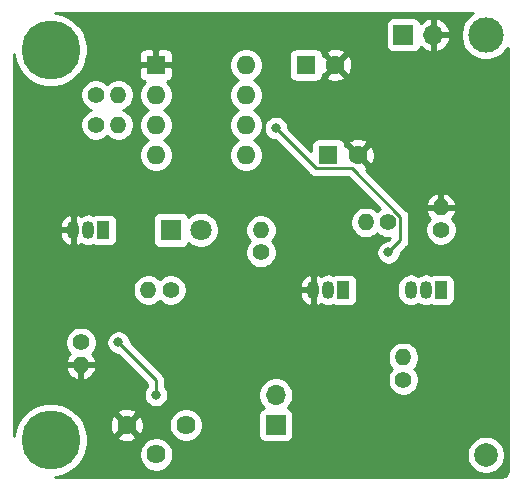
<source format=gbr>
%TF.GenerationSoftware,KiCad,Pcbnew,(5.1.9-0-10_14)*%
%TF.CreationDate,2021-04-03T15:31:47+02:00*%
%TF.ProjectId,full_circuit,66756c6c-5f63-4697-9263-7569742e6b69,rev?*%
%TF.SameCoordinates,Original*%
%TF.FileFunction,Copper,L2,Bot*%
%TF.FilePolarity,Positive*%
%FSLAX46Y46*%
G04 Gerber Fmt 4.6, Leading zero omitted, Abs format (unit mm)*
G04 Created by KiCad (PCBNEW (5.1.9-0-10_14)) date 2021-04-03 15:31:47*
%MOMM*%
%LPD*%
G01*
G04 APERTURE LIST*
%TA.AperFunction,ComponentPad*%
%ADD10R,1.600000X1.600000*%
%TD*%
%TA.AperFunction,ComponentPad*%
%ADD11O,1.600000X1.600000*%
%TD*%
%TA.AperFunction,ComponentPad*%
%ADD12O,1.400000X1.400000*%
%TD*%
%TA.AperFunction,ComponentPad*%
%ADD13C,1.400000*%
%TD*%
%TA.AperFunction,ComponentPad*%
%ADD14O,1.050000X1.500000*%
%TD*%
%TA.AperFunction,ComponentPad*%
%ADD15R,1.050000X1.500000*%
%TD*%
%TA.AperFunction,ComponentPad*%
%ADD16C,5.000000*%
%TD*%
%TA.AperFunction,ComponentPad*%
%ADD17C,3.000000*%
%TD*%
%TA.AperFunction,ComponentPad*%
%ADD18C,2.000000*%
%TD*%
%TA.AperFunction,ComponentPad*%
%ADD19C,1.620000*%
%TD*%
%TA.AperFunction,ComponentPad*%
%ADD20R,1.700000X1.700000*%
%TD*%
%TA.AperFunction,ComponentPad*%
%ADD21O,1.700000X1.700000*%
%TD*%
%TA.AperFunction,ComponentPad*%
%ADD22C,1.600000*%
%TD*%
%TA.AperFunction,ComponentPad*%
%ADD23R,1.800000X1.800000*%
%TD*%
%TA.AperFunction,ComponentPad*%
%ADD24C,1.800000*%
%TD*%
%TA.AperFunction,ViaPad*%
%ADD25C,0.800000*%
%TD*%
%TA.AperFunction,Conductor*%
%ADD26C,0.250000*%
%TD*%
%TA.AperFunction,Conductor*%
%ADD27C,0.254000*%
%TD*%
%TA.AperFunction,Conductor*%
%ADD28C,0.100000*%
%TD*%
G04 APERTURE END LIST*
D10*
%TO.P,U2,1*%
%TO.N,GND*%
X-134620000Y1094740000D03*
D11*
%TO.P,U2,5*%
%TO.N,Net-(C1-Pad1)*%
X-127000000Y1087120000D03*
%TO.P,U2,2*%
%TO.N,Net-(Q1-Pad1)*%
X-134620000Y1092200000D03*
%TO.P,U2,6*%
%TO.N,Net-(C2-Pad1)*%
X-127000000Y1089660000D03*
%TO.P,U2,3*%
%TO.N,Net-(R7-Pad2)*%
X-134620000Y1089660000D03*
%TO.P,U2,7*%
%TO.N,Net-(C2-Pad1)*%
X-127000000Y1092200000D03*
%TO.P,U2,4*%
%TO.N,VCC*%
X-134620000Y1087120000D03*
%TO.P,U2,8*%
X-127000000Y1094740000D03*
%TD*%
D12*
%TO.P,R4,2*%
%TO.N,Net-(Q1-Pad1)*%
X-116835000Y1081405000D03*
D13*
%TO.P,R4,1*%
%TO.N,Net-(Q2-Pad2)*%
X-114935000Y1081405000D03*
%TD*%
%TO.P,R5,1*%
%TO.N,Net-(Q2-Pad1)*%
X-110490000Y1080770000D03*
D12*
%TO.P,R5,2*%
%TO.N,GND*%
X-110490000Y1082670000D03*
%TD*%
D14*
%TO.P,Q1,2*%
%TO.N,Net-(Q1-Pad2)*%
X-120015000Y1075690000D03*
%TO.P,Q1,3*%
%TO.N,GND*%
X-121285000Y1075690000D03*
D15*
%TO.P,Q1,1*%
%TO.N,Net-(Q1-Pad1)*%
X-118745000Y1075690000D03*
%TD*%
D16*
%TO.P,REF\u002A\u002A,*%
%TO.N,*%
X-143510000Y1062990000D03*
%TD*%
D17*
%TO.P,REF\u002A\u002A,1*%
%TO.N,N/C*%
X-106680000Y1097280000D03*
%TD*%
D18*
%TO.P,REF\u002A\u002A,*%
%TO.N,*%
X-106680000Y1061720000D03*
%TD*%
D16*
%TO.P,REF\u002A\u002A,*%
%TO.N,*%
X-143510000Y1096010000D03*
%TD*%
D15*
%TO.P,Q2,1*%
%TO.N,Net-(Q2-Pad1)*%
X-110490000Y1075690000D03*
D14*
%TO.P,Q2,3*%
%TO.N,Net-(C2-Pad1)*%
X-113030000Y1075690000D03*
%TO.P,Q2,2*%
%TO.N,Net-(Q2-Pad2)*%
X-111760000Y1075690000D03*
%TD*%
%TO.P,Q3,2*%
%TO.N,Net-(Q3-Pad2)*%
X-140335000Y1080770000D03*
%TO.P,Q3,3*%
%TO.N,GND*%
X-141605000Y1080770000D03*
D15*
%TO.P,Q3,1*%
%TO.N,Net-(D1-Pad1)*%
X-139065000Y1080770000D03*
%TD*%
D12*
%TO.P,R1,2*%
%TO.N,GND*%
X-140970000Y1069340000D03*
D13*
%TO.P,R1,1*%
%TO.N,Net-(PZ1-Pad2)*%
X-140970000Y1071240000D03*
%TD*%
%TO.P,R2,1*%
%TO.N,Net-(Q1-Pad2)*%
X-133350000Y1075690000D03*
D12*
%TO.P,R2,2*%
%TO.N,Net-(R2-Pad2)*%
X-135250000Y1075690000D03*
%TD*%
%TO.P,R3,2*%
%TO.N,Net-(Q1-Pad1)*%
X-137800000Y1092200000D03*
D13*
%TO.P,R3,1*%
%TO.N,VCC*%
X-139700000Y1092200000D03*
%TD*%
%TO.P,R6,1*%
%TO.N,VCC*%
X-113665000Y1068070000D03*
D12*
%TO.P,R6,2*%
%TO.N,Net-(C2-Pad1)*%
X-113665000Y1069970000D03*
%TD*%
%TO.P,R7,2*%
%TO.N,Net-(R7-Pad2)*%
X-137800000Y1089660000D03*
D13*
%TO.P,R7,1*%
%TO.N,Net-(Q3-Pad2)*%
X-139700000Y1089660000D03*
%TD*%
%TO.P,R8,1*%
%TO.N,VCC*%
X-125730000Y1078865000D03*
D12*
%TO.P,R8,2*%
%TO.N,Net-(D1-Pad2)*%
X-125730000Y1080765000D03*
%TD*%
D19*
%TO.P,RV1,3*%
%TO.N,GND*%
X-137080000Y1064260000D03*
%TO.P,RV1,2*%
%TO.N,Net-(RV1-Pad2)*%
X-134580000Y1061760000D03*
%TO.P,RV1,1*%
%TO.N,VCC*%
X-132080000Y1064260000D03*
%TD*%
D20*
%TO.P,BT1,1*%
%TO.N,VCC*%
X-113665000Y1097280000D03*
D21*
%TO.P,BT1,2*%
%TO.N,GND*%
X-111125000Y1097280000D03*
%TD*%
%TO.P,PZ1,2*%
%TO.N,Net-(PZ1-Pad2)*%
X-124460000Y1066800000D03*
D20*
%TO.P,PZ1,1*%
%TO.N,VCC*%
X-124460000Y1064260000D03*
%TD*%
D10*
%TO.P,C1,1*%
%TO.N,Net-(C1-Pad1)*%
X-120015000Y1087120000D03*
D22*
%TO.P,C1,2*%
%TO.N,GND*%
X-117515000Y1087120000D03*
%TD*%
%TO.P,C2,2*%
%TO.N,GND*%
X-119420000Y1094740000D03*
D10*
%TO.P,C2,1*%
%TO.N,Net-(C2-Pad1)*%
X-121920000Y1094740000D03*
%TD*%
D23*
%TO.P,D1,1*%
%TO.N,Net-(D1-Pad1)*%
X-133350000Y1080770000D03*
D24*
%TO.P,D1,2*%
%TO.N,Net-(D1-Pad2)*%
X-130810000Y1080770000D03*
%TD*%
D25*
%TO.N,GND*%
X-121285000Y1078865000D03*
X-117475000Y1083945000D03*
%TO.N,Net-(C2-Pad1)*%
X-114935000Y1078865000D03*
X-124460000Y1089379998D03*
%TO.N,Net-(RV1-Pad2)*%
X-134620000Y1066800000D03*
X-137795000Y1071245000D03*
%TD*%
D26*
%TO.N,GND*%
X-121285000Y1078865000D02*
X-121285000Y1080135000D01*
X-121285000Y1080135000D02*
X-117475000Y1083945000D01*
%TO.N,Net-(C2-Pad1)*%
X-118007997Y1085994999D02*
X-121075001Y1085994999D01*
X-113909999Y1081897001D02*
X-118007997Y1085994999D01*
X-121075001Y1085994999D02*
X-124460000Y1089379998D01*
X-113909999Y1079890001D02*
X-113909999Y1081897001D01*
X-114935000Y1078865000D02*
X-113909999Y1079890001D01*
%TO.N,Net-(RV1-Pad2)*%
X-134620000Y1066800000D02*
X-134620000Y1068070000D01*
X-134620000Y1068070000D02*
X-137795000Y1071245000D01*
%TD*%
D27*
%TO.N,GND*%
X-108040983Y1098938363D02*
X-108338363Y1098640983D01*
X-108572012Y1098291302D01*
X-108732953Y1097902756D01*
X-108815000Y1097490279D01*
X-108815000Y1097069721D01*
X-108732953Y1096657244D01*
X-108572012Y1096268698D01*
X-108338363Y1095919017D01*
X-108040983Y1095621637D01*
X-107691302Y1095387988D01*
X-107302756Y1095227047D01*
X-106890279Y1095145000D01*
X-106469721Y1095145000D01*
X-106057244Y1095227047D01*
X-105668698Y1095387988D01*
X-105319017Y1095621637D01*
X-105021637Y1095919017D01*
X-104824999Y1096213307D01*
X-104825000Y1060483504D01*
X-104839364Y1060337008D01*
X-104872177Y1060228328D01*
X-104925478Y1060128083D01*
X-104997231Y1060040105D01*
X-105084708Y1059967737D01*
X-105184580Y1059913737D01*
X-105293027Y1059880167D01*
X-105437331Y1059865000D01*
X-143150956Y1059865000D01*
X-142595554Y1059975476D01*
X-142025021Y1060211799D01*
X-141511554Y1060554886D01*
X-141074886Y1060991554D01*
X-140731799Y1061505021D01*
X-140567233Y1061902320D01*
X-136025000Y1061902320D01*
X-136025000Y1061617680D01*
X-135969470Y1061338509D01*
X-135860543Y1061075536D01*
X-135702405Y1060838866D01*
X-135501134Y1060637595D01*
X-135264464Y1060479457D01*
X-135001491Y1060370530D01*
X-134722320Y1060315000D01*
X-134437680Y1060315000D01*
X-134158509Y1060370530D01*
X-133895536Y1060479457D01*
X-133658866Y1060637595D01*
X-133457595Y1060838866D01*
X-133299457Y1061075536D01*
X-133190530Y1061338509D01*
X-133135000Y1061617680D01*
X-133135000Y1061881033D01*
X-108315000Y1061881033D01*
X-108315000Y1061558967D01*
X-108252168Y1061243088D01*
X-108128918Y1060945537D01*
X-107949987Y1060677748D01*
X-107722252Y1060450013D01*
X-107454463Y1060271082D01*
X-107156912Y1060147832D01*
X-106841033Y1060085000D01*
X-106518967Y1060085000D01*
X-106203088Y1060147832D01*
X-105905537Y1060271082D01*
X-105637748Y1060450013D01*
X-105410013Y1060677748D01*
X-105231082Y1060945537D01*
X-105107832Y1061243088D01*
X-105045000Y1061558967D01*
X-105045000Y1061881033D01*
X-105107832Y1062196912D01*
X-105231082Y1062494463D01*
X-105410013Y1062762252D01*
X-105637748Y1062989987D01*
X-105905537Y1063168918D01*
X-106203088Y1063292168D01*
X-106518967Y1063355000D01*
X-106841033Y1063355000D01*
X-107156912Y1063292168D01*
X-107454463Y1063168918D01*
X-107722252Y1062989987D01*
X-107949987Y1062762252D01*
X-108128918Y1062494463D01*
X-108252168Y1062196912D01*
X-108315000Y1061881033D01*
X-133135000Y1061881033D01*
X-133135000Y1061902320D01*
X-133190530Y1062181491D01*
X-133299457Y1062444464D01*
X-133457595Y1062681134D01*
X-133658866Y1062882405D01*
X-133895536Y1063040543D01*
X-134158509Y1063149470D01*
X-134437680Y1063205000D01*
X-134722320Y1063205000D01*
X-135001491Y1063149470D01*
X-135264464Y1063040543D01*
X-135501134Y1062882405D01*
X-135702405Y1062681134D01*
X-135860543Y1062444464D01*
X-135969470Y1062181491D01*
X-136025000Y1061902320D01*
X-140567233Y1061902320D01*
X-140495476Y1062075554D01*
X-140375000Y1062681229D01*
X-140375000Y1063260157D01*
X-137900238Y1063260157D01*
X-137827444Y1063015168D01*
X-137570227Y1062893267D01*
X-137294171Y1062823890D01*
X-137009885Y1062809702D01*
X-136728294Y1062851248D01*
X-136460217Y1062946932D01*
X-136332556Y1063015168D01*
X-136259762Y1063260157D01*
X-137080000Y1064080395D01*
X-137900238Y1063260157D01*
X-140375000Y1063260157D01*
X-140375000Y1063298771D01*
X-140495476Y1063904446D01*
X-140613708Y1064189885D01*
X-138530298Y1064189885D01*
X-138488752Y1063908294D01*
X-138393068Y1063640217D01*
X-138324832Y1063512556D01*
X-138079843Y1063439762D01*
X-137259605Y1064260000D01*
X-136900395Y1064260000D01*
X-136080157Y1063439762D01*
X-135835168Y1063512556D01*
X-135713267Y1063769773D01*
X-135643890Y1064045829D01*
X-135629702Y1064330115D01*
X-135640355Y1064402320D01*
X-133525000Y1064402320D01*
X-133525000Y1064117680D01*
X-133469470Y1063838509D01*
X-133360543Y1063575536D01*
X-133202405Y1063338866D01*
X-133001134Y1063137595D01*
X-132764464Y1062979457D01*
X-132501491Y1062870530D01*
X-132222320Y1062815000D01*
X-131937680Y1062815000D01*
X-131658509Y1062870530D01*
X-131395536Y1062979457D01*
X-131158866Y1063137595D01*
X-130957595Y1063338866D01*
X-130799457Y1063575536D01*
X-130690530Y1063838509D01*
X-130635000Y1064117680D01*
X-130635000Y1064402320D01*
X-130690530Y1064681491D01*
X-130799457Y1064944464D01*
X-130910064Y1065110000D01*
X-125948072Y1065110000D01*
X-125948072Y1063410000D01*
X-125935812Y1063285518D01*
X-125899502Y1063165820D01*
X-125840537Y1063055506D01*
X-125761185Y1062958815D01*
X-125664494Y1062879463D01*
X-125554180Y1062820498D01*
X-125434482Y1062784188D01*
X-125310000Y1062771928D01*
X-123610000Y1062771928D01*
X-123485518Y1062784188D01*
X-123365820Y1062820498D01*
X-123255506Y1062879463D01*
X-123158815Y1062958815D01*
X-123079463Y1063055506D01*
X-123020498Y1063165820D01*
X-122984188Y1063285518D01*
X-122971928Y1063410000D01*
X-122971928Y1065110000D01*
X-122984188Y1065234482D01*
X-123020498Y1065354180D01*
X-123079463Y1065464494D01*
X-123158815Y1065561185D01*
X-123255506Y1065640537D01*
X-123365820Y1065699502D01*
X-123438380Y1065721513D01*
X-123306525Y1065853368D01*
X-123144010Y1066096589D01*
X-123032068Y1066366842D01*
X-122975000Y1066653740D01*
X-122975000Y1066946260D01*
X-123032068Y1067233158D01*
X-123144010Y1067503411D01*
X-123306525Y1067746632D01*
X-123513368Y1067953475D01*
X-123756589Y1068115990D01*
X-124026842Y1068227932D01*
X-124313740Y1068285000D01*
X-124606260Y1068285000D01*
X-124893158Y1068227932D01*
X-125163411Y1068115990D01*
X-125406632Y1067953475D01*
X-125613475Y1067746632D01*
X-125775990Y1067503411D01*
X-125887932Y1067233158D01*
X-125945000Y1066946260D01*
X-125945000Y1066653740D01*
X-125887932Y1066366842D01*
X-125775990Y1066096589D01*
X-125613475Y1065853368D01*
X-125481620Y1065721513D01*
X-125554180Y1065699502D01*
X-125664494Y1065640537D01*
X-125761185Y1065561185D01*
X-125840537Y1065464494D01*
X-125899502Y1065354180D01*
X-125935812Y1065234482D01*
X-125948072Y1065110000D01*
X-130910064Y1065110000D01*
X-130957595Y1065181134D01*
X-131158866Y1065382405D01*
X-131395536Y1065540543D01*
X-131658509Y1065649470D01*
X-131937680Y1065705000D01*
X-132222320Y1065705000D01*
X-132501491Y1065649470D01*
X-132764464Y1065540543D01*
X-133001134Y1065382405D01*
X-133202405Y1065181134D01*
X-133360543Y1064944464D01*
X-133469470Y1064681491D01*
X-133525000Y1064402320D01*
X-135640355Y1064402320D01*
X-135671248Y1064611706D01*
X-135766932Y1064879783D01*
X-135835168Y1065007444D01*
X-136080157Y1065080238D01*
X-136900395Y1064260000D01*
X-137259605Y1064260000D01*
X-138079843Y1065080238D01*
X-138324832Y1065007444D01*
X-138446733Y1064750227D01*
X-138516110Y1064474171D01*
X-138530298Y1064189885D01*
X-140613708Y1064189885D01*
X-140731799Y1064474979D01*
X-141074886Y1064988446D01*
X-141346283Y1065259843D01*
X-137900238Y1065259843D01*
X-137080000Y1064439605D01*
X-136259762Y1065259843D01*
X-136332556Y1065504832D01*
X-136589773Y1065626733D01*
X-136865829Y1065696110D01*
X-137150115Y1065710298D01*
X-137431706Y1065668752D01*
X-137699783Y1065573068D01*
X-137827444Y1065504832D01*
X-137900238Y1065259843D01*
X-141346283Y1065259843D01*
X-141511554Y1065425114D01*
X-142025021Y1065768201D01*
X-142595554Y1066004524D01*
X-143201229Y1066125000D01*
X-143818771Y1066125000D01*
X-144424446Y1066004524D01*
X-144994979Y1065768201D01*
X-145508446Y1065425114D01*
X-145945114Y1064988446D01*
X-146288201Y1064474979D01*
X-146524524Y1063904446D01*
X-146635000Y1063349044D01*
X-146635000Y1069006670D01*
X-142262722Y1069006670D01*
X-142172853Y1068760877D01*
X-142036759Y1068537340D01*
X-141859670Y1068344649D01*
X-141648392Y1068190208D01*
X-141411044Y1068079953D01*
X-141303329Y1068047284D01*
X-141097000Y1068170626D01*
X-141097000Y1069213000D01*
X-140843000Y1069213000D01*
X-140843000Y1068170626D01*
X-140636671Y1068047284D01*
X-140528956Y1068079953D01*
X-140291608Y1068190208D01*
X-140080330Y1068344649D01*
X-139903241Y1068537340D01*
X-139767147Y1068760877D01*
X-139677278Y1069006670D01*
X-139799799Y1069213000D01*
X-140843000Y1069213000D01*
X-141097000Y1069213000D01*
X-142140201Y1069213000D01*
X-142262722Y1069006670D01*
X-146635000Y1069006670D01*
X-146635000Y1071371486D01*
X-142305000Y1071371486D01*
X-142305000Y1071108514D01*
X-142253696Y1070850595D01*
X-142153061Y1070607641D01*
X-142006962Y1070388987D01*
X-141904522Y1070286547D01*
X-142036759Y1070142660D01*
X-142172853Y1069919123D01*
X-142262722Y1069673330D01*
X-142140201Y1069467000D01*
X-141097000Y1069467000D01*
X-141097000Y1069487000D01*
X-140843000Y1069487000D01*
X-140843000Y1069467000D01*
X-139799799Y1069467000D01*
X-139677278Y1069673330D01*
X-139767147Y1069919123D01*
X-139903241Y1070142660D01*
X-140035478Y1070286547D01*
X-139933038Y1070388987D01*
X-139786939Y1070607641D01*
X-139686304Y1070850595D01*
X-139635000Y1071108514D01*
X-139635000Y1071346939D01*
X-138830000Y1071346939D01*
X-138830000Y1071143061D01*
X-138790226Y1070943102D01*
X-138712205Y1070754744D01*
X-138598937Y1070585226D01*
X-138454774Y1070441063D01*
X-138285256Y1070327795D01*
X-138096898Y1070249774D01*
X-137896939Y1070210000D01*
X-137834801Y1070210000D01*
X-135379999Y1067755197D01*
X-135379999Y1067503712D01*
X-135423937Y1067459774D01*
X-135537205Y1067290256D01*
X-135615226Y1067101898D01*
X-135655000Y1066901939D01*
X-135655000Y1066698061D01*
X-135615226Y1066498102D01*
X-135537205Y1066309744D01*
X-135423937Y1066140226D01*
X-135279774Y1065996063D01*
X-135110256Y1065882795D01*
X-134921898Y1065804774D01*
X-134721939Y1065765000D01*
X-134518061Y1065765000D01*
X-134318102Y1065804774D01*
X-134129744Y1065882795D01*
X-133960226Y1065996063D01*
X-133816063Y1066140226D01*
X-133702795Y1066309744D01*
X-133624774Y1066498102D01*
X-133585000Y1066698061D01*
X-133585000Y1066901939D01*
X-133624774Y1067101898D01*
X-133702795Y1067290256D01*
X-133816063Y1067459774D01*
X-133860000Y1067503711D01*
X-133860000Y1068032678D01*
X-133856324Y1068070001D01*
X-133860000Y1068107324D01*
X-133860000Y1068107333D01*
X-133870997Y1068218986D01*
X-133914454Y1068362247D01*
X-133985026Y1068494277D01*
X-134056201Y1068581003D01*
X-134079999Y1068610001D01*
X-134108997Y1068633799D01*
X-135576684Y1070101486D01*
X-115000000Y1070101486D01*
X-115000000Y1069838514D01*
X-114948696Y1069580595D01*
X-114848061Y1069337641D01*
X-114701962Y1069118987D01*
X-114602975Y1069020000D01*
X-114701962Y1068921013D01*
X-114848061Y1068702359D01*
X-114948696Y1068459405D01*
X-115000000Y1068201486D01*
X-115000000Y1067938514D01*
X-114948696Y1067680595D01*
X-114848061Y1067437641D01*
X-114701962Y1067218987D01*
X-114516013Y1067033038D01*
X-114297359Y1066886939D01*
X-114054405Y1066786304D01*
X-113796486Y1066735000D01*
X-113533514Y1066735000D01*
X-113275595Y1066786304D01*
X-113032641Y1066886939D01*
X-112813987Y1067033038D01*
X-112628038Y1067218987D01*
X-112481939Y1067437641D01*
X-112381304Y1067680595D01*
X-112330000Y1067938514D01*
X-112330000Y1068201486D01*
X-112381304Y1068459405D01*
X-112481939Y1068702359D01*
X-112628038Y1068921013D01*
X-112727025Y1069020000D01*
X-112628038Y1069118987D01*
X-112481939Y1069337641D01*
X-112381304Y1069580595D01*
X-112330000Y1069838514D01*
X-112330000Y1070101486D01*
X-112381304Y1070359405D01*
X-112481939Y1070602359D01*
X-112628038Y1070821013D01*
X-112813987Y1071006962D01*
X-113032641Y1071153061D01*
X-113275595Y1071253696D01*
X-113533514Y1071305000D01*
X-113796486Y1071305000D01*
X-114054405Y1071253696D01*
X-114297359Y1071153061D01*
X-114516013Y1071006962D01*
X-114701962Y1070821013D01*
X-114848061Y1070602359D01*
X-114948696Y1070359405D01*
X-115000000Y1070101486D01*
X-135576684Y1070101486D01*
X-136760000Y1071284801D01*
X-136760000Y1071346939D01*
X-136799774Y1071546898D01*
X-136877795Y1071735256D01*
X-136991063Y1071904774D01*
X-137135226Y1072048937D01*
X-137304744Y1072162205D01*
X-137493102Y1072240226D01*
X-137693061Y1072280000D01*
X-137896939Y1072280000D01*
X-138096898Y1072240226D01*
X-138285256Y1072162205D01*
X-138454774Y1072048937D01*
X-138598937Y1071904774D01*
X-138712205Y1071735256D01*
X-138790226Y1071546898D01*
X-138830000Y1071346939D01*
X-139635000Y1071346939D01*
X-139635000Y1071371486D01*
X-139686304Y1071629405D01*
X-139786939Y1071872359D01*
X-139933038Y1072091013D01*
X-140118987Y1072276962D01*
X-140337641Y1072423061D01*
X-140580595Y1072523696D01*
X-140838514Y1072575000D01*
X-141101486Y1072575000D01*
X-141359405Y1072523696D01*
X-141602359Y1072423061D01*
X-141821013Y1072276962D01*
X-142006962Y1072091013D01*
X-142153061Y1071872359D01*
X-142253696Y1071629405D01*
X-142305000Y1071371486D01*
X-146635000Y1071371486D01*
X-146635000Y1075821486D01*
X-136585000Y1075821486D01*
X-136585000Y1075558514D01*
X-136533696Y1075300595D01*
X-136433061Y1075057641D01*
X-136286962Y1074838987D01*
X-136101013Y1074653038D01*
X-135882359Y1074506939D01*
X-135639405Y1074406304D01*
X-135381486Y1074355000D01*
X-135118514Y1074355000D01*
X-134860595Y1074406304D01*
X-134617641Y1074506939D01*
X-134398987Y1074653038D01*
X-134300000Y1074752025D01*
X-134201013Y1074653038D01*
X-133982359Y1074506939D01*
X-133739405Y1074406304D01*
X-133481486Y1074355000D01*
X-133218514Y1074355000D01*
X-132960595Y1074406304D01*
X-132717641Y1074506939D01*
X-132498987Y1074653038D01*
X-132313038Y1074838987D01*
X-132166939Y1075057641D01*
X-132066304Y1075300595D01*
X-132050610Y1075379493D01*
X-122451331Y1075379493D01*
X-122412239Y1075153596D01*
X-122329828Y1074939666D01*
X-122207264Y1074745924D01*
X-122049258Y1074579816D01*
X-121861882Y1074447725D01*
X-121652337Y1074354728D01*
X-121590810Y1074346036D01*
X-121412000Y1074471837D01*
X-121412000Y1075563000D01*
X-122291598Y1075563000D01*
X-122451331Y1075379493D01*
X-132050610Y1075379493D01*
X-132015000Y1075558514D01*
X-132015000Y1075821486D01*
X-132050609Y1076000507D01*
X-122451331Y1076000507D01*
X-122291598Y1075817000D01*
X-121412000Y1075817000D01*
X-121412000Y1075971979D01*
X-121175000Y1075971979D01*
X-121175000Y1075408022D01*
X-121158215Y1075237601D01*
X-121158000Y1075236892D01*
X-121158000Y1074471837D01*
X-120979190Y1074346036D01*
X-120917663Y1074354728D01*
X-120708118Y1074447725D01*
X-120649669Y1074488929D01*
X-120461060Y1074388115D01*
X-120242400Y1074321785D01*
X-120015000Y1074299388D01*
X-119787601Y1074321785D01*
X-119578902Y1074385093D01*
X-119514180Y1074350498D01*
X-119394482Y1074314188D01*
X-119270000Y1074301928D01*
X-118220000Y1074301928D01*
X-118095518Y1074314188D01*
X-117975820Y1074350498D01*
X-117865506Y1074409463D01*
X-117768815Y1074488815D01*
X-117689463Y1074585506D01*
X-117630498Y1074695820D01*
X-117594188Y1074815518D01*
X-117581928Y1074940000D01*
X-117581928Y1075971979D01*
X-114190000Y1075971979D01*
X-114190000Y1075408022D01*
X-114173215Y1075237601D01*
X-114106885Y1075018941D01*
X-113999171Y1074817422D01*
X-113854212Y1074640788D01*
X-113677579Y1074495829D01*
X-113476060Y1074388115D01*
X-113257400Y1074321785D01*
X-113030000Y1074299388D01*
X-112802601Y1074321785D01*
X-112583941Y1074388115D01*
X-112395001Y1074489106D01*
X-112206060Y1074388115D01*
X-111987400Y1074321785D01*
X-111760000Y1074299388D01*
X-111532601Y1074321785D01*
X-111323902Y1074385093D01*
X-111259180Y1074350498D01*
X-111139482Y1074314188D01*
X-111015000Y1074301928D01*
X-109965000Y1074301928D01*
X-109840518Y1074314188D01*
X-109720820Y1074350498D01*
X-109610506Y1074409463D01*
X-109513815Y1074488815D01*
X-109434463Y1074585506D01*
X-109375498Y1074695820D01*
X-109339188Y1074815518D01*
X-109326928Y1074940000D01*
X-109326928Y1076440000D01*
X-109339188Y1076564482D01*
X-109375498Y1076684180D01*
X-109434463Y1076794494D01*
X-109513815Y1076891185D01*
X-109610506Y1076970537D01*
X-109720820Y1077029502D01*
X-109840518Y1077065812D01*
X-109965000Y1077078072D01*
X-111015000Y1077078072D01*
X-111139482Y1077065812D01*
X-111259180Y1077029502D01*
X-111323902Y1076994907D01*
X-111532600Y1077058215D01*
X-111760000Y1077080612D01*
X-111987399Y1077058215D01*
X-112206059Y1076991885D01*
X-112395000Y1076890894D01*
X-112583940Y1076991885D01*
X-112802600Y1077058215D01*
X-113030000Y1077080612D01*
X-113257399Y1077058215D01*
X-113476059Y1076991885D01*
X-113677578Y1076884171D01*
X-113854211Y1076739212D01*
X-113999170Y1076562579D01*
X-114106885Y1076361060D01*
X-114173215Y1076142400D01*
X-114190000Y1075971979D01*
X-117581928Y1075971979D01*
X-117581928Y1076440000D01*
X-117594188Y1076564482D01*
X-117630498Y1076684180D01*
X-117689463Y1076794494D01*
X-117768815Y1076891185D01*
X-117865506Y1076970537D01*
X-117975820Y1077029502D01*
X-118095518Y1077065812D01*
X-118220000Y1077078072D01*
X-119270000Y1077078072D01*
X-119394482Y1077065812D01*
X-119514180Y1077029502D01*
X-119578902Y1076994907D01*
X-119787600Y1077058215D01*
X-120015000Y1077080612D01*
X-120242399Y1077058215D01*
X-120461059Y1076991885D01*
X-120649669Y1076891071D01*
X-120708118Y1076932275D01*
X-120917663Y1077025272D01*
X-120979190Y1077033964D01*
X-121158000Y1076908163D01*
X-121158000Y1076143109D01*
X-121158215Y1076142400D01*
X-121175000Y1075971979D01*
X-121412000Y1075971979D01*
X-121412000Y1076908163D01*
X-121590810Y1077033964D01*
X-121652337Y1077025272D01*
X-121861882Y1076932275D01*
X-122049258Y1076800184D01*
X-122207264Y1076634076D01*
X-122329828Y1076440334D01*
X-122412239Y1076226404D01*
X-122451331Y1076000507D01*
X-132050609Y1076000507D01*
X-132066304Y1076079405D01*
X-132166939Y1076322359D01*
X-132313038Y1076541013D01*
X-132498987Y1076726962D01*
X-132717641Y1076873061D01*
X-132960595Y1076973696D01*
X-133218514Y1077025000D01*
X-133481486Y1077025000D01*
X-133739405Y1076973696D01*
X-133982359Y1076873061D01*
X-134201013Y1076726962D01*
X-134300000Y1076627975D01*
X-134398987Y1076726962D01*
X-134617641Y1076873061D01*
X-134860595Y1076973696D01*
X-135118514Y1077025000D01*
X-135381486Y1077025000D01*
X-135639405Y1076973696D01*
X-135882359Y1076873061D01*
X-136101013Y1076726962D01*
X-136286962Y1076541013D01*
X-136433061Y1076322359D01*
X-136533696Y1076079405D01*
X-136585000Y1075821486D01*
X-146635000Y1075821486D01*
X-146635000Y1080459493D01*
X-142771331Y1080459493D01*
X-142732239Y1080233596D01*
X-142649828Y1080019666D01*
X-142527264Y1079825924D01*
X-142369258Y1079659816D01*
X-142181882Y1079527725D01*
X-141972337Y1079434728D01*
X-141910810Y1079426036D01*
X-141732000Y1079551837D01*
X-141732000Y1080643000D01*
X-142611598Y1080643000D01*
X-142771331Y1080459493D01*
X-146635000Y1080459493D01*
X-146635000Y1081080507D01*
X-142771331Y1081080507D01*
X-142611598Y1080897000D01*
X-141732000Y1080897000D01*
X-141732000Y1081051979D01*
X-141495000Y1081051979D01*
X-141495000Y1080488022D01*
X-141478215Y1080317601D01*
X-141478000Y1080316892D01*
X-141478000Y1079551837D01*
X-141299190Y1079426036D01*
X-141237663Y1079434728D01*
X-141028118Y1079527725D01*
X-140969669Y1079568929D01*
X-140781060Y1079468115D01*
X-140562400Y1079401785D01*
X-140335000Y1079379388D01*
X-140107601Y1079401785D01*
X-139898902Y1079465093D01*
X-139834180Y1079430498D01*
X-139714482Y1079394188D01*
X-139590000Y1079381928D01*
X-138540000Y1079381928D01*
X-138415518Y1079394188D01*
X-138295820Y1079430498D01*
X-138185506Y1079489463D01*
X-138088815Y1079568815D01*
X-138009463Y1079665506D01*
X-137950498Y1079775820D01*
X-137914188Y1079895518D01*
X-137901928Y1080020000D01*
X-137901928Y1081520000D01*
X-137914188Y1081644482D01*
X-137921928Y1081670000D01*
X-134888072Y1081670000D01*
X-134888072Y1079870000D01*
X-134875812Y1079745518D01*
X-134839502Y1079625820D01*
X-134780537Y1079515506D01*
X-134701185Y1079418815D01*
X-134604494Y1079339463D01*
X-134494180Y1079280498D01*
X-134374482Y1079244188D01*
X-134250000Y1079231928D01*
X-132450000Y1079231928D01*
X-132325518Y1079244188D01*
X-132205820Y1079280498D01*
X-132095506Y1079339463D01*
X-131998815Y1079418815D01*
X-131919463Y1079515506D01*
X-131860498Y1079625820D01*
X-131854944Y1079644127D01*
X-131788505Y1079577688D01*
X-131537095Y1079409701D01*
X-131257743Y1079293989D01*
X-130961184Y1079235000D01*
X-130658816Y1079235000D01*
X-130362257Y1079293989D01*
X-130082905Y1079409701D01*
X-129831495Y1079577688D01*
X-129617688Y1079791495D01*
X-129449701Y1080042905D01*
X-129333989Y1080322257D01*
X-129275000Y1080618816D01*
X-129275000Y1080896486D01*
X-127065000Y1080896486D01*
X-127065000Y1080633514D01*
X-127013696Y1080375595D01*
X-126913061Y1080132641D01*
X-126766962Y1079913987D01*
X-126667975Y1079815000D01*
X-126766962Y1079716013D01*
X-126913061Y1079497359D01*
X-127013696Y1079254405D01*
X-127065000Y1078996486D01*
X-127065000Y1078733514D01*
X-127013696Y1078475595D01*
X-126913061Y1078232641D01*
X-126766962Y1078013987D01*
X-126581013Y1077828038D01*
X-126362359Y1077681939D01*
X-126119405Y1077581304D01*
X-125861486Y1077530000D01*
X-125598514Y1077530000D01*
X-125340595Y1077581304D01*
X-125097641Y1077681939D01*
X-124878987Y1077828038D01*
X-124693038Y1078013987D01*
X-124546939Y1078232641D01*
X-124446304Y1078475595D01*
X-124395000Y1078733514D01*
X-124395000Y1078996486D01*
X-124446304Y1079254405D01*
X-124546939Y1079497359D01*
X-124693038Y1079716013D01*
X-124792025Y1079815000D01*
X-124693038Y1079913987D01*
X-124546939Y1080132641D01*
X-124446304Y1080375595D01*
X-124395000Y1080633514D01*
X-124395000Y1080896486D01*
X-124446304Y1081154405D01*
X-124546939Y1081397359D01*
X-124693038Y1081616013D01*
X-124878987Y1081801962D01*
X-125097641Y1081948061D01*
X-125340595Y1082048696D01*
X-125598514Y1082100000D01*
X-125861486Y1082100000D01*
X-126119405Y1082048696D01*
X-126362359Y1081948061D01*
X-126581013Y1081801962D01*
X-126766962Y1081616013D01*
X-126913061Y1081397359D01*
X-127013696Y1081154405D01*
X-127065000Y1080896486D01*
X-129275000Y1080896486D01*
X-129275000Y1080921184D01*
X-129333989Y1081217743D01*
X-129449701Y1081497095D01*
X-129617688Y1081748505D01*
X-129831495Y1081962312D01*
X-130082905Y1082130299D01*
X-130362257Y1082246011D01*
X-130658816Y1082305000D01*
X-130961184Y1082305000D01*
X-131257743Y1082246011D01*
X-131537095Y1082130299D01*
X-131788505Y1081962312D01*
X-131854944Y1081895873D01*
X-131860498Y1081914180D01*
X-131919463Y1082024494D01*
X-131998815Y1082121185D01*
X-132095506Y1082200537D01*
X-132205820Y1082259502D01*
X-132325518Y1082295812D01*
X-132450000Y1082308072D01*
X-134250000Y1082308072D01*
X-134374482Y1082295812D01*
X-134494180Y1082259502D01*
X-134604494Y1082200537D01*
X-134701185Y1082121185D01*
X-134780537Y1082024494D01*
X-134839502Y1081914180D01*
X-134875812Y1081794482D01*
X-134888072Y1081670000D01*
X-137921928Y1081670000D01*
X-137950498Y1081764180D01*
X-138009463Y1081874494D01*
X-138088815Y1081971185D01*
X-138185506Y1082050537D01*
X-138295820Y1082109502D01*
X-138415518Y1082145812D01*
X-138540000Y1082158072D01*
X-139590000Y1082158072D01*
X-139714482Y1082145812D01*
X-139834180Y1082109502D01*
X-139898902Y1082074907D01*
X-140107600Y1082138215D01*
X-140335000Y1082160612D01*
X-140562399Y1082138215D01*
X-140781059Y1082071885D01*
X-140969669Y1081971071D01*
X-141028118Y1082012275D01*
X-141237663Y1082105272D01*
X-141299190Y1082113964D01*
X-141478000Y1081988163D01*
X-141478000Y1081223109D01*
X-141478215Y1081222400D01*
X-141495000Y1081051979D01*
X-141732000Y1081051979D01*
X-141732000Y1081988163D01*
X-141910810Y1082113964D01*
X-141972337Y1082105272D01*
X-142181882Y1082012275D01*
X-142369258Y1081880184D01*
X-142527264Y1081714076D01*
X-142649828Y1081520334D01*
X-142732239Y1081306404D01*
X-142771331Y1081080507D01*
X-146635000Y1081080507D01*
X-146635000Y1092331486D01*
X-141035000Y1092331486D01*
X-141035000Y1092068514D01*
X-140983696Y1091810595D01*
X-140883061Y1091567641D01*
X-140736962Y1091348987D01*
X-140551013Y1091163038D01*
X-140332359Y1091016939D01*
X-140122470Y1090930000D01*
X-140332359Y1090843061D01*
X-140551013Y1090696962D01*
X-140736962Y1090511013D01*
X-140883061Y1090292359D01*
X-140983696Y1090049405D01*
X-141035000Y1089791486D01*
X-141035000Y1089528514D01*
X-140983696Y1089270595D01*
X-140883061Y1089027641D01*
X-140736962Y1088808987D01*
X-140551013Y1088623038D01*
X-140332359Y1088476939D01*
X-140089405Y1088376304D01*
X-139831486Y1088325000D01*
X-139568514Y1088325000D01*
X-139310595Y1088376304D01*
X-139067641Y1088476939D01*
X-138848987Y1088623038D01*
X-138750000Y1088722025D01*
X-138651013Y1088623038D01*
X-138432359Y1088476939D01*
X-138189405Y1088376304D01*
X-137931486Y1088325000D01*
X-137668514Y1088325000D01*
X-137410595Y1088376304D01*
X-137167641Y1088476939D01*
X-136948987Y1088623038D01*
X-136763038Y1088808987D01*
X-136616939Y1089027641D01*
X-136516304Y1089270595D01*
X-136465000Y1089528514D01*
X-136465000Y1089791486D01*
X-136516304Y1090049405D01*
X-136616939Y1090292359D01*
X-136763038Y1090511013D01*
X-136948987Y1090696962D01*
X-137167641Y1090843061D01*
X-137377530Y1090930000D01*
X-137167641Y1091016939D01*
X-136948987Y1091163038D01*
X-136763038Y1091348987D01*
X-136616939Y1091567641D01*
X-136516304Y1091810595D01*
X-136465000Y1092068514D01*
X-136465000Y1092331486D01*
X-136516304Y1092589405D01*
X-136616939Y1092832359D01*
X-136763038Y1093051013D01*
X-136948987Y1093236962D01*
X-137167641Y1093383061D01*
X-137410595Y1093483696D01*
X-137668514Y1093535000D01*
X-137931486Y1093535000D01*
X-138189405Y1093483696D01*
X-138432359Y1093383061D01*
X-138651013Y1093236962D01*
X-138750000Y1093137975D01*
X-138848987Y1093236962D01*
X-139067641Y1093383061D01*
X-139310595Y1093483696D01*
X-139568514Y1093535000D01*
X-139831486Y1093535000D01*
X-140089405Y1093483696D01*
X-140332359Y1093383061D01*
X-140551013Y1093236962D01*
X-140736962Y1093051013D01*
X-140883061Y1092832359D01*
X-140983696Y1092589405D01*
X-141035000Y1092331486D01*
X-146635000Y1092331486D01*
X-146635000Y1095650956D01*
X-146524524Y1095095554D01*
X-146288201Y1094525021D01*
X-145945114Y1094011554D01*
X-145508446Y1093574886D01*
X-144994979Y1093231799D01*
X-144424446Y1092995476D01*
X-143818771Y1092875000D01*
X-143201229Y1092875000D01*
X-142595554Y1092995476D01*
X-142025021Y1093231799D01*
X-141511554Y1093574886D01*
X-141146440Y1093940000D01*
X-136058072Y1093940000D01*
X-136045812Y1093815518D01*
X-136009502Y1093695820D01*
X-135950537Y1093585506D01*
X-135871185Y1093488815D01*
X-135774494Y1093409463D01*
X-135664180Y1093350498D01*
X-135544482Y1093314188D01*
X-135536039Y1093313357D01*
X-135734637Y1093114759D01*
X-135891680Y1092879727D01*
X-135999853Y1092618574D01*
X-136055000Y1092341335D01*
X-136055000Y1092058665D01*
X-135999853Y1091781426D01*
X-135891680Y1091520273D01*
X-135734637Y1091285241D01*
X-135534759Y1091085363D01*
X-135302241Y1090930000D01*
X-135534759Y1090774637D01*
X-135734637Y1090574759D01*
X-135891680Y1090339727D01*
X-135999853Y1090078574D01*
X-136055000Y1089801335D01*
X-136055000Y1089518665D01*
X-135999853Y1089241426D01*
X-135891680Y1088980273D01*
X-135734637Y1088745241D01*
X-135534759Y1088545363D01*
X-135302241Y1088390000D01*
X-135534759Y1088234637D01*
X-135734637Y1088034759D01*
X-135891680Y1087799727D01*
X-135999853Y1087538574D01*
X-136055000Y1087261335D01*
X-136055000Y1086978665D01*
X-135999853Y1086701426D01*
X-135891680Y1086440273D01*
X-135734637Y1086205241D01*
X-135534759Y1086005363D01*
X-135299727Y1085848320D01*
X-135038574Y1085740147D01*
X-134761335Y1085685000D01*
X-134478665Y1085685000D01*
X-134201426Y1085740147D01*
X-133940273Y1085848320D01*
X-133705241Y1086005363D01*
X-133505363Y1086205241D01*
X-133348320Y1086440273D01*
X-133240147Y1086701426D01*
X-133185000Y1086978665D01*
X-133185000Y1087261335D01*
X-133240147Y1087538574D01*
X-133348320Y1087799727D01*
X-133505363Y1088034759D01*
X-133705241Y1088234637D01*
X-133937759Y1088390000D01*
X-133705241Y1088545363D01*
X-133505363Y1088745241D01*
X-133348320Y1088980273D01*
X-133240147Y1089241426D01*
X-133185000Y1089518665D01*
X-133185000Y1089801335D01*
X-133240147Y1090078574D01*
X-133348320Y1090339727D01*
X-133505363Y1090574759D01*
X-133705241Y1090774637D01*
X-133937759Y1090930000D01*
X-133705241Y1091085363D01*
X-133505363Y1091285241D01*
X-133348320Y1091520273D01*
X-133240147Y1091781426D01*
X-133185000Y1092058665D01*
X-133185000Y1092341335D01*
X-133240147Y1092618574D01*
X-133348320Y1092879727D01*
X-133505363Y1093114759D01*
X-133703961Y1093313357D01*
X-133695518Y1093314188D01*
X-133575820Y1093350498D01*
X-133465506Y1093409463D01*
X-133368815Y1093488815D01*
X-133289463Y1093585506D01*
X-133230498Y1093695820D01*
X-133194188Y1093815518D01*
X-133181928Y1093940000D01*
X-133185000Y1094454250D01*
X-133343750Y1094613000D01*
X-134493000Y1094613000D01*
X-134493000Y1094593000D01*
X-134747000Y1094593000D01*
X-134747000Y1094613000D01*
X-135896250Y1094613000D01*
X-136055000Y1094454250D01*
X-136058072Y1093940000D01*
X-141146440Y1093940000D01*
X-141074886Y1094011554D01*
X-140731799Y1094525021D01*
X-140495476Y1095095554D01*
X-140407071Y1095540000D01*
X-136058072Y1095540000D01*
X-136055000Y1095025750D01*
X-135896250Y1094867000D01*
X-134747000Y1094867000D01*
X-134747000Y1096016250D01*
X-134493000Y1096016250D01*
X-134493000Y1094867000D01*
X-133343750Y1094867000D01*
X-133329415Y1094881335D01*
X-128435000Y1094881335D01*
X-128435000Y1094598665D01*
X-128379853Y1094321426D01*
X-128271680Y1094060273D01*
X-128114637Y1093825241D01*
X-127914759Y1093625363D01*
X-127682241Y1093470000D01*
X-127914759Y1093314637D01*
X-128114637Y1093114759D01*
X-128271680Y1092879727D01*
X-128379853Y1092618574D01*
X-128435000Y1092341335D01*
X-128435000Y1092058665D01*
X-128379853Y1091781426D01*
X-128271680Y1091520273D01*
X-128114637Y1091285241D01*
X-127914759Y1091085363D01*
X-127682241Y1090930000D01*
X-127914759Y1090774637D01*
X-128114637Y1090574759D01*
X-128271680Y1090339727D01*
X-128379853Y1090078574D01*
X-128435000Y1089801335D01*
X-128435000Y1089518665D01*
X-128379853Y1089241426D01*
X-128271680Y1088980273D01*
X-128114637Y1088745241D01*
X-127914759Y1088545363D01*
X-127682241Y1088390000D01*
X-127914759Y1088234637D01*
X-128114637Y1088034759D01*
X-128271680Y1087799727D01*
X-128379853Y1087538574D01*
X-128435000Y1087261335D01*
X-128435000Y1086978665D01*
X-128379853Y1086701426D01*
X-128271680Y1086440273D01*
X-128114637Y1086205241D01*
X-127914759Y1086005363D01*
X-127679727Y1085848320D01*
X-127418574Y1085740147D01*
X-127141335Y1085685000D01*
X-126858665Y1085685000D01*
X-126581426Y1085740147D01*
X-126320273Y1085848320D01*
X-126085241Y1086005363D01*
X-125885363Y1086205241D01*
X-125728320Y1086440273D01*
X-125620147Y1086701426D01*
X-125565000Y1086978665D01*
X-125565000Y1087261335D01*
X-125620147Y1087538574D01*
X-125728320Y1087799727D01*
X-125885363Y1088034759D01*
X-126085241Y1088234637D01*
X-126317759Y1088390000D01*
X-126085241Y1088545363D01*
X-125885363Y1088745241D01*
X-125728320Y1088980273D01*
X-125620147Y1089241426D01*
X-125572306Y1089481937D01*
X-125495000Y1089481937D01*
X-125495000Y1089278059D01*
X-125455226Y1089078100D01*
X-125377205Y1088889742D01*
X-125263937Y1088720224D01*
X-125119774Y1088576061D01*
X-124950256Y1088462793D01*
X-124761898Y1088384772D01*
X-124561939Y1088344998D01*
X-124499801Y1088344998D01*
X-121638796Y1085483991D01*
X-121615002Y1085454998D01*
X-121586009Y1085431204D01*
X-121586005Y1085431200D01*
X-121515316Y1085373188D01*
X-121499277Y1085360025D01*
X-121367248Y1085289453D01*
X-121223987Y1085245996D01*
X-121112334Y1085234999D01*
X-121112325Y1085234999D01*
X-121075002Y1085231323D01*
X-121037679Y1085234999D01*
X-118322798Y1085234999D01*
X-115632401Y1082544601D01*
X-115786013Y1082441962D01*
X-115885000Y1082342975D01*
X-115983987Y1082441962D01*
X-116202641Y1082588061D01*
X-116445595Y1082688696D01*
X-116703514Y1082740000D01*
X-116966486Y1082740000D01*
X-117224405Y1082688696D01*
X-117467359Y1082588061D01*
X-117686013Y1082441962D01*
X-117871962Y1082256013D01*
X-118018061Y1082037359D01*
X-118118696Y1081794405D01*
X-118170000Y1081536486D01*
X-118170000Y1081273514D01*
X-118118696Y1081015595D01*
X-118018061Y1080772641D01*
X-117871962Y1080553987D01*
X-117686013Y1080368038D01*
X-117467359Y1080221939D01*
X-117224405Y1080121304D01*
X-116966486Y1080070000D01*
X-116703514Y1080070000D01*
X-116445595Y1080121304D01*
X-116202641Y1080221939D01*
X-115983987Y1080368038D01*
X-115885000Y1080467025D01*
X-115786013Y1080368038D01*
X-115567359Y1080221939D01*
X-115324405Y1080121304D01*
X-115066486Y1080070000D01*
X-114804802Y1080070000D01*
X-114974801Y1079900000D01*
X-115036939Y1079900000D01*
X-115236898Y1079860226D01*
X-115425256Y1079782205D01*
X-115594774Y1079668937D01*
X-115738937Y1079524774D01*
X-115852205Y1079355256D01*
X-115930226Y1079166898D01*
X-115970000Y1078966939D01*
X-115970000Y1078763061D01*
X-115930226Y1078563102D01*
X-115852205Y1078374744D01*
X-115738937Y1078205226D01*
X-115594774Y1078061063D01*
X-115425256Y1077947795D01*
X-115236898Y1077869774D01*
X-115036939Y1077830000D01*
X-114833061Y1077830000D01*
X-114633102Y1077869774D01*
X-114444744Y1077947795D01*
X-114275226Y1078061063D01*
X-114131063Y1078205226D01*
X-114017795Y1078374744D01*
X-113939774Y1078563102D01*
X-113900000Y1078763061D01*
X-113900000Y1078825199D01*
X-113398995Y1079326203D01*
X-113369998Y1079350000D01*
X-113275025Y1079465725D01*
X-113204453Y1079597754D01*
X-113160996Y1079741015D01*
X-113149999Y1079852668D01*
X-113149999Y1079852677D01*
X-113146323Y1079890000D01*
X-113149999Y1079927323D01*
X-113149999Y1080901486D01*
X-111825000Y1080901486D01*
X-111825000Y1080638514D01*
X-111773696Y1080380595D01*
X-111673061Y1080137641D01*
X-111526962Y1079918987D01*
X-111341013Y1079733038D01*
X-111122359Y1079586939D01*
X-110879405Y1079486304D01*
X-110621486Y1079435000D01*
X-110358514Y1079435000D01*
X-110100595Y1079486304D01*
X-109857641Y1079586939D01*
X-109638987Y1079733038D01*
X-109453038Y1079918987D01*
X-109306939Y1080137641D01*
X-109206304Y1080380595D01*
X-109155000Y1080638514D01*
X-109155000Y1080901486D01*
X-109206304Y1081159405D01*
X-109306939Y1081402359D01*
X-109453038Y1081621013D01*
X-109555478Y1081723453D01*
X-109423241Y1081867340D01*
X-109287147Y1082090877D01*
X-109197278Y1082336670D01*
X-109319799Y1082543000D01*
X-110363000Y1082543000D01*
X-110363000Y1082523000D01*
X-110617000Y1082523000D01*
X-110617000Y1082543000D01*
X-111660201Y1082543000D01*
X-111782722Y1082336670D01*
X-111692853Y1082090877D01*
X-111556759Y1081867340D01*
X-111424522Y1081723453D01*
X-111526962Y1081621013D01*
X-111673061Y1081402359D01*
X-111773696Y1081159405D01*
X-111825000Y1080901486D01*
X-113149999Y1080901486D01*
X-113149999Y1081859679D01*
X-113146323Y1081897002D01*
X-113149999Y1081934325D01*
X-113149999Y1081934334D01*
X-113160996Y1082045987D01*
X-113204453Y1082189248D01*
X-113275025Y1082321277D01*
X-113369998Y1082437002D01*
X-113398996Y1082460800D01*
X-113941526Y1083003330D01*
X-111782722Y1083003330D01*
X-111660201Y1082797000D01*
X-110617000Y1082797000D01*
X-110617000Y1083839374D01*
X-110363000Y1083839374D01*
X-110363000Y1082797000D01*
X-109319799Y1082797000D01*
X-109197278Y1083003330D01*
X-109287147Y1083249123D01*
X-109423241Y1083472660D01*
X-109600330Y1083665351D01*
X-109811608Y1083819792D01*
X-110048956Y1083930047D01*
X-110156671Y1083962716D01*
X-110363000Y1083839374D01*
X-110617000Y1083839374D01*
X-110823329Y1083962716D01*
X-110931044Y1083930047D01*
X-111168392Y1083819792D01*
X-111379670Y1083665351D01*
X-111556759Y1083472660D01*
X-111692853Y1083249123D01*
X-111782722Y1083003330D01*
X-113941526Y1083003330D01*
X-116804792Y1085866596D01*
X-116773486Y1085883329D01*
X-116701903Y1086127298D01*
X-117515000Y1086940395D01*
X-117529143Y1086926253D01*
X-117708748Y1087105858D01*
X-117694605Y1087120000D01*
X-117335395Y1087120000D01*
X-116522298Y1086306903D01*
X-116278329Y1086378486D01*
X-116157429Y1086633996D01*
X-116088700Y1086908184D01*
X-116074783Y1087190512D01*
X-116116213Y1087470130D01*
X-116211397Y1087736292D01*
X-116278329Y1087861514D01*
X-116522298Y1087933097D01*
X-117335395Y1087120000D01*
X-117694605Y1087120000D01*
X-118507702Y1087933097D01*
X-118576928Y1087912785D01*
X-118576928Y1087920000D01*
X-118589188Y1088044482D01*
X-118609882Y1088112702D01*
X-118328097Y1088112702D01*
X-117515000Y1087299605D01*
X-116701903Y1088112702D01*
X-116773486Y1088356671D01*
X-117028996Y1088477571D01*
X-117303184Y1088546300D01*
X-117585512Y1088560217D01*
X-117865130Y1088518787D01*
X-118131292Y1088423603D01*
X-118256514Y1088356671D01*
X-118328097Y1088112702D01*
X-118609882Y1088112702D01*
X-118625498Y1088164180D01*
X-118684463Y1088274494D01*
X-118763815Y1088371185D01*
X-118860506Y1088450537D01*
X-118970820Y1088509502D01*
X-119090518Y1088545812D01*
X-119215000Y1088558072D01*
X-120815000Y1088558072D01*
X-120939482Y1088545812D01*
X-121059180Y1088509502D01*
X-121169494Y1088450537D01*
X-121266185Y1088371185D01*
X-121345537Y1088274494D01*
X-121404502Y1088164180D01*
X-121440812Y1088044482D01*
X-121453072Y1087920000D01*
X-121453072Y1087447872D01*
X-123425000Y1089419799D01*
X-123425000Y1089481937D01*
X-123464774Y1089681896D01*
X-123542795Y1089870254D01*
X-123656063Y1090039772D01*
X-123800226Y1090183935D01*
X-123969744Y1090297203D01*
X-124158102Y1090375224D01*
X-124358061Y1090414998D01*
X-124561939Y1090414998D01*
X-124761898Y1090375224D01*
X-124950256Y1090297203D01*
X-125119774Y1090183935D01*
X-125263937Y1090039772D01*
X-125377205Y1089870254D01*
X-125455226Y1089681896D01*
X-125495000Y1089481937D01*
X-125572306Y1089481937D01*
X-125565000Y1089518665D01*
X-125565000Y1089801335D01*
X-125620147Y1090078574D01*
X-125728320Y1090339727D01*
X-125885363Y1090574759D01*
X-126085241Y1090774637D01*
X-126317759Y1090930000D01*
X-126085241Y1091085363D01*
X-125885363Y1091285241D01*
X-125728320Y1091520273D01*
X-125620147Y1091781426D01*
X-125565000Y1092058665D01*
X-125565000Y1092341335D01*
X-125620147Y1092618574D01*
X-125728320Y1092879727D01*
X-125885363Y1093114759D01*
X-126085241Y1093314637D01*
X-126317759Y1093470000D01*
X-126085241Y1093625363D01*
X-125885363Y1093825241D01*
X-125728320Y1094060273D01*
X-125620147Y1094321426D01*
X-125565000Y1094598665D01*
X-125565000Y1094881335D01*
X-125620147Y1095158574D01*
X-125728320Y1095419727D01*
X-125808683Y1095540000D01*
X-123358072Y1095540000D01*
X-123358072Y1093940000D01*
X-123345812Y1093815518D01*
X-123309502Y1093695820D01*
X-123250537Y1093585506D01*
X-123171185Y1093488815D01*
X-123074494Y1093409463D01*
X-122964180Y1093350498D01*
X-122844482Y1093314188D01*
X-122720000Y1093301928D01*
X-121120000Y1093301928D01*
X-120995518Y1093314188D01*
X-120875820Y1093350498D01*
X-120765506Y1093409463D01*
X-120668815Y1093488815D01*
X-120589463Y1093585506D01*
X-120530498Y1093695820D01*
X-120514883Y1093747298D01*
X-120233097Y1093747298D01*
X-120161514Y1093503329D01*
X-119906004Y1093382429D01*
X-119631816Y1093313700D01*
X-119349488Y1093299783D01*
X-119069870Y1093341213D01*
X-118803708Y1093436397D01*
X-118678486Y1093503329D01*
X-118606903Y1093747298D01*
X-119420000Y1094560395D01*
X-120233097Y1093747298D01*
X-120514883Y1093747298D01*
X-120494188Y1093815518D01*
X-120481928Y1093940000D01*
X-120481928Y1093947215D01*
X-120412702Y1093926903D01*
X-119599605Y1094740000D01*
X-119240395Y1094740000D01*
X-118427298Y1093926903D01*
X-118183329Y1093998486D01*
X-118062429Y1094253996D01*
X-117993700Y1094528184D01*
X-117979783Y1094810512D01*
X-118021213Y1095090130D01*
X-118116397Y1095356292D01*
X-118183329Y1095481514D01*
X-118427298Y1095553097D01*
X-119240395Y1094740000D01*
X-119599605Y1094740000D01*
X-120412702Y1095553097D01*
X-120481928Y1095532785D01*
X-120481928Y1095540000D01*
X-120494188Y1095664482D01*
X-120514882Y1095732702D01*
X-120233097Y1095732702D01*
X-119420000Y1094919605D01*
X-118606903Y1095732702D01*
X-118678486Y1095976671D01*
X-118933996Y1096097571D01*
X-119208184Y1096166300D01*
X-119490512Y1096180217D01*
X-119770130Y1096138787D01*
X-120036292Y1096043603D01*
X-120161514Y1095976671D01*
X-120233097Y1095732702D01*
X-120514882Y1095732702D01*
X-120530498Y1095784180D01*
X-120589463Y1095894494D01*
X-120668815Y1095991185D01*
X-120765506Y1096070537D01*
X-120875820Y1096129502D01*
X-120995518Y1096165812D01*
X-121120000Y1096178072D01*
X-122720000Y1096178072D01*
X-122844482Y1096165812D01*
X-122964180Y1096129502D01*
X-123074494Y1096070537D01*
X-123171185Y1095991185D01*
X-123250537Y1095894494D01*
X-123309502Y1095784180D01*
X-123345812Y1095664482D01*
X-123358072Y1095540000D01*
X-125808683Y1095540000D01*
X-125885363Y1095654759D01*
X-126085241Y1095854637D01*
X-126320273Y1096011680D01*
X-126581426Y1096119853D01*
X-126858665Y1096175000D01*
X-127141335Y1096175000D01*
X-127418574Y1096119853D01*
X-127679727Y1096011680D01*
X-127914759Y1095854637D01*
X-128114637Y1095654759D01*
X-128271680Y1095419727D01*
X-128379853Y1095158574D01*
X-128435000Y1094881335D01*
X-133329415Y1094881335D01*
X-133185000Y1095025750D01*
X-133181928Y1095540000D01*
X-133194188Y1095664482D01*
X-133230498Y1095784180D01*
X-133289463Y1095894494D01*
X-133368815Y1095991185D01*
X-133465506Y1096070537D01*
X-133575820Y1096129502D01*
X-133695518Y1096165812D01*
X-133820000Y1096178072D01*
X-134334250Y1096175000D01*
X-134493000Y1096016250D01*
X-134747000Y1096016250D01*
X-134905750Y1096175000D01*
X-135420000Y1096178072D01*
X-135544482Y1096165812D01*
X-135664180Y1096129502D01*
X-135774494Y1096070537D01*
X-135871185Y1095991185D01*
X-135950537Y1095894494D01*
X-136009502Y1095784180D01*
X-136045812Y1095664482D01*
X-136058072Y1095540000D01*
X-140407071Y1095540000D01*
X-140375000Y1095701229D01*
X-140375000Y1096318771D01*
X-140495476Y1096924446D01*
X-140731799Y1097494979D01*
X-141074886Y1098008446D01*
X-141196440Y1098130000D01*
X-115153072Y1098130000D01*
X-115153072Y1096430000D01*
X-115140812Y1096305518D01*
X-115104502Y1096185820D01*
X-115045537Y1096075506D01*
X-114966185Y1095978815D01*
X-114869494Y1095899463D01*
X-114759180Y1095840498D01*
X-114639482Y1095804188D01*
X-114515000Y1095791928D01*
X-112815000Y1095791928D01*
X-112690518Y1095804188D01*
X-112570820Y1095840498D01*
X-112460506Y1095899463D01*
X-112363815Y1095978815D01*
X-112284463Y1096075506D01*
X-112225498Y1096185820D01*
X-112201034Y1096266466D01*
X-112125269Y1096182412D01*
X-111891920Y1096008359D01*
X-111629099Y1095883175D01*
X-111481890Y1095838524D01*
X-111252000Y1095959845D01*
X-111252000Y1097153000D01*
X-110998000Y1097153000D01*
X-110998000Y1095959845D01*
X-110768110Y1095838524D01*
X-110620901Y1095883175D01*
X-110358080Y1096008359D01*
X-110124731Y1096182412D01*
X-109929822Y1096398645D01*
X-109780843Y1096648748D01*
X-109683519Y1096923109D01*
X-109804186Y1097153000D01*
X-110998000Y1097153000D01*
X-111252000Y1097153000D01*
X-111272000Y1097153000D01*
X-111272000Y1097407000D01*
X-111252000Y1097407000D01*
X-111252000Y1098600155D01*
X-110998000Y1098600155D01*
X-110998000Y1097407000D01*
X-109804186Y1097407000D01*
X-109683519Y1097636891D01*
X-109780843Y1097911252D01*
X-109929822Y1098161355D01*
X-110124731Y1098377588D01*
X-110358080Y1098551641D01*
X-110620901Y1098676825D01*
X-110768110Y1098721476D01*
X-110998000Y1098600155D01*
X-111252000Y1098600155D01*
X-111481890Y1098721476D01*
X-111629099Y1098676825D01*
X-111891920Y1098551641D01*
X-112125269Y1098377588D01*
X-112201034Y1098293534D01*
X-112225498Y1098374180D01*
X-112284463Y1098484494D01*
X-112363815Y1098581185D01*
X-112460506Y1098660537D01*
X-112570820Y1098719502D01*
X-112690518Y1098755812D01*
X-112815000Y1098768072D01*
X-114515000Y1098768072D01*
X-114639482Y1098755812D01*
X-114759180Y1098719502D01*
X-114869494Y1098660537D01*
X-114966185Y1098581185D01*
X-115045537Y1098484494D01*
X-115104502Y1098374180D01*
X-115140812Y1098254482D01*
X-115153072Y1098130000D01*
X-141196440Y1098130000D01*
X-141511554Y1098445114D01*
X-142025021Y1098788201D01*
X-142595554Y1099024524D01*
X-143150956Y1099135000D01*
X-107746694Y1099135000D01*
X-108040983Y1098938363D01*
%TA.AperFunction,Conductor*%
D28*
G36*
X-108040983Y1098938363D02*
G01*
X-108338363Y1098640983D01*
X-108572012Y1098291302D01*
X-108732953Y1097902756D01*
X-108815000Y1097490279D01*
X-108815000Y1097069721D01*
X-108732953Y1096657244D01*
X-108572012Y1096268698D01*
X-108338363Y1095919017D01*
X-108040983Y1095621637D01*
X-107691302Y1095387988D01*
X-107302756Y1095227047D01*
X-106890279Y1095145000D01*
X-106469721Y1095145000D01*
X-106057244Y1095227047D01*
X-105668698Y1095387988D01*
X-105319017Y1095621637D01*
X-105021637Y1095919017D01*
X-104824999Y1096213307D01*
X-104825000Y1060483504D01*
X-104839364Y1060337008D01*
X-104872177Y1060228328D01*
X-104925478Y1060128083D01*
X-104997231Y1060040105D01*
X-105084708Y1059967737D01*
X-105184580Y1059913737D01*
X-105293027Y1059880167D01*
X-105437331Y1059865000D01*
X-143150956Y1059865000D01*
X-142595554Y1059975476D01*
X-142025021Y1060211799D01*
X-141511554Y1060554886D01*
X-141074886Y1060991554D01*
X-140731799Y1061505021D01*
X-140567233Y1061902320D01*
X-136025000Y1061902320D01*
X-136025000Y1061617680D01*
X-135969470Y1061338509D01*
X-135860543Y1061075536D01*
X-135702405Y1060838866D01*
X-135501134Y1060637595D01*
X-135264464Y1060479457D01*
X-135001491Y1060370530D01*
X-134722320Y1060315000D01*
X-134437680Y1060315000D01*
X-134158509Y1060370530D01*
X-133895536Y1060479457D01*
X-133658866Y1060637595D01*
X-133457595Y1060838866D01*
X-133299457Y1061075536D01*
X-133190530Y1061338509D01*
X-133135000Y1061617680D01*
X-133135000Y1061881033D01*
X-108315000Y1061881033D01*
X-108315000Y1061558967D01*
X-108252168Y1061243088D01*
X-108128918Y1060945537D01*
X-107949987Y1060677748D01*
X-107722252Y1060450013D01*
X-107454463Y1060271082D01*
X-107156912Y1060147832D01*
X-106841033Y1060085000D01*
X-106518967Y1060085000D01*
X-106203088Y1060147832D01*
X-105905537Y1060271082D01*
X-105637748Y1060450013D01*
X-105410013Y1060677748D01*
X-105231082Y1060945537D01*
X-105107832Y1061243088D01*
X-105045000Y1061558967D01*
X-105045000Y1061881033D01*
X-105107832Y1062196912D01*
X-105231082Y1062494463D01*
X-105410013Y1062762252D01*
X-105637748Y1062989987D01*
X-105905537Y1063168918D01*
X-106203088Y1063292168D01*
X-106518967Y1063355000D01*
X-106841033Y1063355000D01*
X-107156912Y1063292168D01*
X-107454463Y1063168918D01*
X-107722252Y1062989987D01*
X-107949987Y1062762252D01*
X-108128918Y1062494463D01*
X-108252168Y1062196912D01*
X-108315000Y1061881033D01*
X-133135000Y1061881033D01*
X-133135000Y1061902320D01*
X-133190530Y1062181491D01*
X-133299457Y1062444464D01*
X-133457595Y1062681134D01*
X-133658866Y1062882405D01*
X-133895536Y1063040543D01*
X-134158509Y1063149470D01*
X-134437680Y1063205000D01*
X-134722320Y1063205000D01*
X-135001491Y1063149470D01*
X-135264464Y1063040543D01*
X-135501134Y1062882405D01*
X-135702405Y1062681134D01*
X-135860543Y1062444464D01*
X-135969470Y1062181491D01*
X-136025000Y1061902320D01*
X-140567233Y1061902320D01*
X-140495476Y1062075554D01*
X-140375000Y1062681229D01*
X-140375000Y1063260157D01*
X-137900238Y1063260157D01*
X-137827444Y1063015168D01*
X-137570227Y1062893267D01*
X-137294171Y1062823890D01*
X-137009885Y1062809702D01*
X-136728294Y1062851248D01*
X-136460217Y1062946932D01*
X-136332556Y1063015168D01*
X-136259762Y1063260157D01*
X-137080000Y1064080395D01*
X-137900238Y1063260157D01*
X-140375000Y1063260157D01*
X-140375000Y1063298771D01*
X-140495476Y1063904446D01*
X-140613708Y1064189885D01*
X-138530298Y1064189885D01*
X-138488752Y1063908294D01*
X-138393068Y1063640217D01*
X-138324832Y1063512556D01*
X-138079843Y1063439762D01*
X-137259605Y1064260000D01*
X-136900395Y1064260000D01*
X-136080157Y1063439762D01*
X-135835168Y1063512556D01*
X-135713267Y1063769773D01*
X-135643890Y1064045829D01*
X-135629702Y1064330115D01*
X-135640355Y1064402320D01*
X-133525000Y1064402320D01*
X-133525000Y1064117680D01*
X-133469470Y1063838509D01*
X-133360543Y1063575536D01*
X-133202405Y1063338866D01*
X-133001134Y1063137595D01*
X-132764464Y1062979457D01*
X-132501491Y1062870530D01*
X-132222320Y1062815000D01*
X-131937680Y1062815000D01*
X-131658509Y1062870530D01*
X-131395536Y1062979457D01*
X-131158866Y1063137595D01*
X-130957595Y1063338866D01*
X-130799457Y1063575536D01*
X-130690530Y1063838509D01*
X-130635000Y1064117680D01*
X-130635000Y1064402320D01*
X-130690530Y1064681491D01*
X-130799457Y1064944464D01*
X-130910064Y1065110000D01*
X-125948072Y1065110000D01*
X-125948072Y1063410000D01*
X-125935812Y1063285518D01*
X-125899502Y1063165820D01*
X-125840537Y1063055506D01*
X-125761185Y1062958815D01*
X-125664494Y1062879463D01*
X-125554180Y1062820498D01*
X-125434482Y1062784188D01*
X-125310000Y1062771928D01*
X-123610000Y1062771928D01*
X-123485518Y1062784188D01*
X-123365820Y1062820498D01*
X-123255506Y1062879463D01*
X-123158815Y1062958815D01*
X-123079463Y1063055506D01*
X-123020498Y1063165820D01*
X-122984188Y1063285518D01*
X-122971928Y1063410000D01*
X-122971928Y1065110000D01*
X-122984188Y1065234482D01*
X-123020498Y1065354180D01*
X-123079463Y1065464494D01*
X-123158815Y1065561185D01*
X-123255506Y1065640537D01*
X-123365820Y1065699502D01*
X-123438380Y1065721513D01*
X-123306525Y1065853368D01*
X-123144010Y1066096589D01*
X-123032068Y1066366842D01*
X-122975000Y1066653740D01*
X-122975000Y1066946260D01*
X-123032068Y1067233158D01*
X-123144010Y1067503411D01*
X-123306525Y1067746632D01*
X-123513368Y1067953475D01*
X-123756589Y1068115990D01*
X-124026842Y1068227932D01*
X-124313740Y1068285000D01*
X-124606260Y1068285000D01*
X-124893158Y1068227932D01*
X-125163411Y1068115990D01*
X-125406632Y1067953475D01*
X-125613475Y1067746632D01*
X-125775990Y1067503411D01*
X-125887932Y1067233158D01*
X-125945000Y1066946260D01*
X-125945000Y1066653740D01*
X-125887932Y1066366842D01*
X-125775990Y1066096589D01*
X-125613475Y1065853368D01*
X-125481620Y1065721513D01*
X-125554180Y1065699502D01*
X-125664494Y1065640537D01*
X-125761185Y1065561185D01*
X-125840537Y1065464494D01*
X-125899502Y1065354180D01*
X-125935812Y1065234482D01*
X-125948072Y1065110000D01*
X-130910064Y1065110000D01*
X-130957595Y1065181134D01*
X-131158866Y1065382405D01*
X-131395536Y1065540543D01*
X-131658509Y1065649470D01*
X-131937680Y1065705000D01*
X-132222320Y1065705000D01*
X-132501491Y1065649470D01*
X-132764464Y1065540543D01*
X-133001134Y1065382405D01*
X-133202405Y1065181134D01*
X-133360543Y1064944464D01*
X-133469470Y1064681491D01*
X-133525000Y1064402320D01*
X-135640355Y1064402320D01*
X-135671248Y1064611706D01*
X-135766932Y1064879783D01*
X-135835168Y1065007444D01*
X-136080157Y1065080238D01*
X-136900395Y1064260000D01*
X-137259605Y1064260000D01*
X-138079843Y1065080238D01*
X-138324832Y1065007444D01*
X-138446733Y1064750227D01*
X-138516110Y1064474171D01*
X-138530298Y1064189885D01*
X-140613708Y1064189885D01*
X-140731799Y1064474979D01*
X-141074886Y1064988446D01*
X-141346283Y1065259843D01*
X-137900238Y1065259843D01*
X-137080000Y1064439605D01*
X-136259762Y1065259843D01*
X-136332556Y1065504832D01*
X-136589773Y1065626733D01*
X-136865829Y1065696110D01*
X-137150115Y1065710298D01*
X-137431706Y1065668752D01*
X-137699783Y1065573068D01*
X-137827444Y1065504832D01*
X-137900238Y1065259843D01*
X-141346283Y1065259843D01*
X-141511554Y1065425114D01*
X-142025021Y1065768201D01*
X-142595554Y1066004524D01*
X-143201229Y1066125000D01*
X-143818771Y1066125000D01*
X-144424446Y1066004524D01*
X-144994979Y1065768201D01*
X-145508446Y1065425114D01*
X-145945114Y1064988446D01*
X-146288201Y1064474979D01*
X-146524524Y1063904446D01*
X-146635000Y1063349044D01*
X-146635000Y1069006670D01*
X-142262722Y1069006670D01*
X-142172853Y1068760877D01*
X-142036759Y1068537340D01*
X-141859670Y1068344649D01*
X-141648392Y1068190208D01*
X-141411044Y1068079953D01*
X-141303329Y1068047284D01*
X-141097000Y1068170626D01*
X-141097000Y1069213000D01*
X-140843000Y1069213000D01*
X-140843000Y1068170626D01*
X-140636671Y1068047284D01*
X-140528956Y1068079953D01*
X-140291608Y1068190208D01*
X-140080330Y1068344649D01*
X-139903241Y1068537340D01*
X-139767147Y1068760877D01*
X-139677278Y1069006670D01*
X-139799799Y1069213000D01*
X-140843000Y1069213000D01*
X-141097000Y1069213000D01*
X-142140201Y1069213000D01*
X-142262722Y1069006670D01*
X-146635000Y1069006670D01*
X-146635000Y1071371486D01*
X-142305000Y1071371486D01*
X-142305000Y1071108514D01*
X-142253696Y1070850595D01*
X-142153061Y1070607641D01*
X-142006962Y1070388987D01*
X-141904522Y1070286547D01*
X-142036759Y1070142660D01*
X-142172853Y1069919123D01*
X-142262722Y1069673330D01*
X-142140201Y1069467000D01*
X-141097000Y1069467000D01*
X-141097000Y1069487000D01*
X-140843000Y1069487000D01*
X-140843000Y1069467000D01*
X-139799799Y1069467000D01*
X-139677278Y1069673330D01*
X-139767147Y1069919123D01*
X-139903241Y1070142660D01*
X-140035478Y1070286547D01*
X-139933038Y1070388987D01*
X-139786939Y1070607641D01*
X-139686304Y1070850595D01*
X-139635000Y1071108514D01*
X-139635000Y1071346939D01*
X-138830000Y1071346939D01*
X-138830000Y1071143061D01*
X-138790226Y1070943102D01*
X-138712205Y1070754744D01*
X-138598937Y1070585226D01*
X-138454774Y1070441063D01*
X-138285256Y1070327795D01*
X-138096898Y1070249774D01*
X-137896939Y1070210000D01*
X-137834801Y1070210000D01*
X-135379999Y1067755197D01*
X-135379999Y1067503712D01*
X-135423937Y1067459774D01*
X-135537205Y1067290256D01*
X-135615226Y1067101898D01*
X-135655000Y1066901939D01*
X-135655000Y1066698061D01*
X-135615226Y1066498102D01*
X-135537205Y1066309744D01*
X-135423937Y1066140226D01*
X-135279774Y1065996063D01*
X-135110256Y1065882795D01*
X-134921898Y1065804774D01*
X-134721939Y1065765000D01*
X-134518061Y1065765000D01*
X-134318102Y1065804774D01*
X-134129744Y1065882795D01*
X-133960226Y1065996063D01*
X-133816063Y1066140226D01*
X-133702795Y1066309744D01*
X-133624774Y1066498102D01*
X-133585000Y1066698061D01*
X-133585000Y1066901939D01*
X-133624774Y1067101898D01*
X-133702795Y1067290256D01*
X-133816063Y1067459774D01*
X-133860000Y1067503711D01*
X-133860000Y1068032678D01*
X-133856324Y1068070001D01*
X-133860000Y1068107324D01*
X-133860000Y1068107333D01*
X-133870997Y1068218986D01*
X-133914454Y1068362247D01*
X-133985026Y1068494277D01*
X-134056201Y1068581003D01*
X-134079999Y1068610001D01*
X-134108997Y1068633799D01*
X-135576684Y1070101486D01*
X-115000000Y1070101486D01*
X-115000000Y1069838514D01*
X-114948696Y1069580595D01*
X-114848061Y1069337641D01*
X-114701962Y1069118987D01*
X-114602975Y1069020000D01*
X-114701962Y1068921013D01*
X-114848061Y1068702359D01*
X-114948696Y1068459405D01*
X-115000000Y1068201486D01*
X-115000000Y1067938514D01*
X-114948696Y1067680595D01*
X-114848061Y1067437641D01*
X-114701962Y1067218987D01*
X-114516013Y1067033038D01*
X-114297359Y1066886939D01*
X-114054405Y1066786304D01*
X-113796486Y1066735000D01*
X-113533514Y1066735000D01*
X-113275595Y1066786304D01*
X-113032641Y1066886939D01*
X-112813987Y1067033038D01*
X-112628038Y1067218987D01*
X-112481939Y1067437641D01*
X-112381304Y1067680595D01*
X-112330000Y1067938514D01*
X-112330000Y1068201486D01*
X-112381304Y1068459405D01*
X-112481939Y1068702359D01*
X-112628038Y1068921013D01*
X-112727025Y1069020000D01*
X-112628038Y1069118987D01*
X-112481939Y1069337641D01*
X-112381304Y1069580595D01*
X-112330000Y1069838514D01*
X-112330000Y1070101486D01*
X-112381304Y1070359405D01*
X-112481939Y1070602359D01*
X-112628038Y1070821013D01*
X-112813987Y1071006962D01*
X-113032641Y1071153061D01*
X-113275595Y1071253696D01*
X-113533514Y1071305000D01*
X-113796486Y1071305000D01*
X-114054405Y1071253696D01*
X-114297359Y1071153061D01*
X-114516013Y1071006962D01*
X-114701962Y1070821013D01*
X-114848061Y1070602359D01*
X-114948696Y1070359405D01*
X-115000000Y1070101486D01*
X-135576684Y1070101486D01*
X-136760000Y1071284801D01*
X-136760000Y1071346939D01*
X-136799774Y1071546898D01*
X-136877795Y1071735256D01*
X-136991063Y1071904774D01*
X-137135226Y1072048937D01*
X-137304744Y1072162205D01*
X-137493102Y1072240226D01*
X-137693061Y1072280000D01*
X-137896939Y1072280000D01*
X-138096898Y1072240226D01*
X-138285256Y1072162205D01*
X-138454774Y1072048937D01*
X-138598937Y1071904774D01*
X-138712205Y1071735256D01*
X-138790226Y1071546898D01*
X-138830000Y1071346939D01*
X-139635000Y1071346939D01*
X-139635000Y1071371486D01*
X-139686304Y1071629405D01*
X-139786939Y1071872359D01*
X-139933038Y1072091013D01*
X-140118987Y1072276962D01*
X-140337641Y1072423061D01*
X-140580595Y1072523696D01*
X-140838514Y1072575000D01*
X-141101486Y1072575000D01*
X-141359405Y1072523696D01*
X-141602359Y1072423061D01*
X-141821013Y1072276962D01*
X-142006962Y1072091013D01*
X-142153061Y1071872359D01*
X-142253696Y1071629405D01*
X-142305000Y1071371486D01*
X-146635000Y1071371486D01*
X-146635000Y1075821486D01*
X-136585000Y1075821486D01*
X-136585000Y1075558514D01*
X-136533696Y1075300595D01*
X-136433061Y1075057641D01*
X-136286962Y1074838987D01*
X-136101013Y1074653038D01*
X-135882359Y1074506939D01*
X-135639405Y1074406304D01*
X-135381486Y1074355000D01*
X-135118514Y1074355000D01*
X-134860595Y1074406304D01*
X-134617641Y1074506939D01*
X-134398987Y1074653038D01*
X-134300000Y1074752025D01*
X-134201013Y1074653038D01*
X-133982359Y1074506939D01*
X-133739405Y1074406304D01*
X-133481486Y1074355000D01*
X-133218514Y1074355000D01*
X-132960595Y1074406304D01*
X-132717641Y1074506939D01*
X-132498987Y1074653038D01*
X-132313038Y1074838987D01*
X-132166939Y1075057641D01*
X-132066304Y1075300595D01*
X-132050610Y1075379493D01*
X-122451331Y1075379493D01*
X-122412239Y1075153596D01*
X-122329828Y1074939666D01*
X-122207264Y1074745924D01*
X-122049258Y1074579816D01*
X-121861882Y1074447725D01*
X-121652337Y1074354728D01*
X-121590810Y1074346036D01*
X-121412000Y1074471837D01*
X-121412000Y1075563000D01*
X-122291598Y1075563000D01*
X-122451331Y1075379493D01*
X-132050610Y1075379493D01*
X-132015000Y1075558514D01*
X-132015000Y1075821486D01*
X-132050609Y1076000507D01*
X-122451331Y1076000507D01*
X-122291598Y1075817000D01*
X-121412000Y1075817000D01*
X-121412000Y1075971979D01*
X-121175000Y1075971979D01*
X-121175000Y1075408022D01*
X-121158215Y1075237601D01*
X-121158000Y1075236892D01*
X-121158000Y1074471837D01*
X-120979190Y1074346036D01*
X-120917663Y1074354728D01*
X-120708118Y1074447725D01*
X-120649669Y1074488929D01*
X-120461060Y1074388115D01*
X-120242400Y1074321785D01*
X-120015000Y1074299388D01*
X-119787601Y1074321785D01*
X-119578902Y1074385093D01*
X-119514180Y1074350498D01*
X-119394482Y1074314188D01*
X-119270000Y1074301928D01*
X-118220000Y1074301928D01*
X-118095518Y1074314188D01*
X-117975820Y1074350498D01*
X-117865506Y1074409463D01*
X-117768815Y1074488815D01*
X-117689463Y1074585506D01*
X-117630498Y1074695820D01*
X-117594188Y1074815518D01*
X-117581928Y1074940000D01*
X-117581928Y1075971979D01*
X-114190000Y1075971979D01*
X-114190000Y1075408022D01*
X-114173215Y1075237601D01*
X-114106885Y1075018941D01*
X-113999171Y1074817422D01*
X-113854212Y1074640788D01*
X-113677579Y1074495829D01*
X-113476060Y1074388115D01*
X-113257400Y1074321785D01*
X-113030000Y1074299388D01*
X-112802601Y1074321785D01*
X-112583941Y1074388115D01*
X-112395001Y1074489106D01*
X-112206060Y1074388115D01*
X-111987400Y1074321785D01*
X-111760000Y1074299388D01*
X-111532601Y1074321785D01*
X-111323902Y1074385093D01*
X-111259180Y1074350498D01*
X-111139482Y1074314188D01*
X-111015000Y1074301928D01*
X-109965000Y1074301928D01*
X-109840518Y1074314188D01*
X-109720820Y1074350498D01*
X-109610506Y1074409463D01*
X-109513815Y1074488815D01*
X-109434463Y1074585506D01*
X-109375498Y1074695820D01*
X-109339188Y1074815518D01*
X-109326928Y1074940000D01*
X-109326928Y1076440000D01*
X-109339188Y1076564482D01*
X-109375498Y1076684180D01*
X-109434463Y1076794494D01*
X-109513815Y1076891185D01*
X-109610506Y1076970537D01*
X-109720820Y1077029502D01*
X-109840518Y1077065812D01*
X-109965000Y1077078072D01*
X-111015000Y1077078072D01*
X-111139482Y1077065812D01*
X-111259180Y1077029502D01*
X-111323902Y1076994907D01*
X-111532600Y1077058215D01*
X-111760000Y1077080612D01*
X-111987399Y1077058215D01*
X-112206059Y1076991885D01*
X-112395000Y1076890894D01*
X-112583940Y1076991885D01*
X-112802600Y1077058215D01*
X-113030000Y1077080612D01*
X-113257399Y1077058215D01*
X-113476059Y1076991885D01*
X-113677578Y1076884171D01*
X-113854211Y1076739212D01*
X-113999170Y1076562579D01*
X-114106885Y1076361060D01*
X-114173215Y1076142400D01*
X-114190000Y1075971979D01*
X-117581928Y1075971979D01*
X-117581928Y1076440000D01*
X-117594188Y1076564482D01*
X-117630498Y1076684180D01*
X-117689463Y1076794494D01*
X-117768815Y1076891185D01*
X-117865506Y1076970537D01*
X-117975820Y1077029502D01*
X-118095518Y1077065812D01*
X-118220000Y1077078072D01*
X-119270000Y1077078072D01*
X-119394482Y1077065812D01*
X-119514180Y1077029502D01*
X-119578902Y1076994907D01*
X-119787600Y1077058215D01*
X-120015000Y1077080612D01*
X-120242399Y1077058215D01*
X-120461059Y1076991885D01*
X-120649669Y1076891071D01*
X-120708118Y1076932275D01*
X-120917663Y1077025272D01*
X-120979190Y1077033964D01*
X-121158000Y1076908163D01*
X-121158000Y1076143109D01*
X-121158215Y1076142400D01*
X-121175000Y1075971979D01*
X-121412000Y1075971979D01*
X-121412000Y1076908163D01*
X-121590810Y1077033964D01*
X-121652337Y1077025272D01*
X-121861882Y1076932275D01*
X-122049258Y1076800184D01*
X-122207264Y1076634076D01*
X-122329828Y1076440334D01*
X-122412239Y1076226404D01*
X-122451331Y1076000507D01*
X-132050609Y1076000507D01*
X-132066304Y1076079405D01*
X-132166939Y1076322359D01*
X-132313038Y1076541013D01*
X-132498987Y1076726962D01*
X-132717641Y1076873061D01*
X-132960595Y1076973696D01*
X-133218514Y1077025000D01*
X-133481486Y1077025000D01*
X-133739405Y1076973696D01*
X-133982359Y1076873061D01*
X-134201013Y1076726962D01*
X-134300000Y1076627975D01*
X-134398987Y1076726962D01*
X-134617641Y1076873061D01*
X-134860595Y1076973696D01*
X-135118514Y1077025000D01*
X-135381486Y1077025000D01*
X-135639405Y1076973696D01*
X-135882359Y1076873061D01*
X-136101013Y1076726962D01*
X-136286962Y1076541013D01*
X-136433061Y1076322359D01*
X-136533696Y1076079405D01*
X-136585000Y1075821486D01*
X-146635000Y1075821486D01*
X-146635000Y1080459493D01*
X-142771331Y1080459493D01*
X-142732239Y1080233596D01*
X-142649828Y1080019666D01*
X-142527264Y1079825924D01*
X-142369258Y1079659816D01*
X-142181882Y1079527725D01*
X-141972337Y1079434728D01*
X-141910810Y1079426036D01*
X-141732000Y1079551837D01*
X-141732000Y1080643000D01*
X-142611598Y1080643000D01*
X-142771331Y1080459493D01*
X-146635000Y1080459493D01*
X-146635000Y1081080507D01*
X-142771331Y1081080507D01*
X-142611598Y1080897000D01*
X-141732000Y1080897000D01*
X-141732000Y1081051979D01*
X-141495000Y1081051979D01*
X-141495000Y1080488022D01*
X-141478215Y1080317601D01*
X-141478000Y1080316892D01*
X-141478000Y1079551837D01*
X-141299190Y1079426036D01*
X-141237663Y1079434728D01*
X-141028118Y1079527725D01*
X-140969669Y1079568929D01*
X-140781060Y1079468115D01*
X-140562400Y1079401785D01*
X-140335000Y1079379388D01*
X-140107601Y1079401785D01*
X-139898902Y1079465093D01*
X-139834180Y1079430498D01*
X-139714482Y1079394188D01*
X-139590000Y1079381928D01*
X-138540000Y1079381928D01*
X-138415518Y1079394188D01*
X-138295820Y1079430498D01*
X-138185506Y1079489463D01*
X-138088815Y1079568815D01*
X-138009463Y1079665506D01*
X-137950498Y1079775820D01*
X-137914188Y1079895518D01*
X-137901928Y1080020000D01*
X-137901928Y1081520000D01*
X-137914188Y1081644482D01*
X-137921928Y1081670000D01*
X-134888072Y1081670000D01*
X-134888072Y1079870000D01*
X-134875812Y1079745518D01*
X-134839502Y1079625820D01*
X-134780537Y1079515506D01*
X-134701185Y1079418815D01*
X-134604494Y1079339463D01*
X-134494180Y1079280498D01*
X-134374482Y1079244188D01*
X-134250000Y1079231928D01*
X-132450000Y1079231928D01*
X-132325518Y1079244188D01*
X-132205820Y1079280498D01*
X-132095506Y1079339463D01*
X-131998815Y1079418815D01*
X-131919463Y1079515506D01*
X-131860498Y1079625820D01*
X-131854944Y1079644127D01*
X-131788505Y1079577688D01*
X-131537095Y1079409701D01*
X-131257743Y1079293989D01*
X-130961184Y1079235000D01*
X-130658816Y1079235000D01*
X-130362257Y1079293989D01*
X-130082905Y1079409701D01*
X-129831495Y1079577688D01*
X-129617688Y1079791495D01*
X-129449701Y1080042905D01*
X-129333989Y1080322257D01*
X-129275000Y1080618816D01*
X-129275000Y1080896486D01*
X-127065000Y1080896486D01*
X-127065000Y1080633514D01*
X-127013696Y1080375595D01*
X-126913061Y1080132641D01*
X-126766962Y1079913987D01*
X-126667975Y1079815000D01*
X-126766962Y1079716013D01*
X-126913061Y1079497359D01*
X-127013696Y1079254405D01*
X-127065000Y1078996486D01*
X-127065000Y1078733514D01*
X-127013696Y1078475595D01*
X-126913061Y1078232641D01*
X-126766962Y1078013987D01*
X-126581013Y1077828038D01*
X-126362359Y1077681939D01*
X-126119405Y1077581304D01*
X-125861486Y1077530000D01*
X-125598514Y1077530000D01*
X-125340595Y1077581304D01*
X-125097641Y1077681939D01*
X-124878987Y1077828038D01*
X-124693038Y1078013987D01*
X-124546939Y1078232641D01*
X-124446304Y1078475595D01*
X-124395000Y1078733514D01*
X-124395000Y1078996486D01*
X-124446304Y1079254405D01*
X-124546939Y1079497359D01*
X-124693038Y1079716013D01*
X-124792025Y1079815000D01*
X-124693038Y1079913987D01*
X-124546939Y1080132641D01*
X-124446304Y1080375595D01*
X-124395000Y1080633514D01*
X-124395000Y1080896486D01*
X-124446304Y1081154405D01*
X-124546939Y1081397359D01*
X-124693038Y1081616013D01*
X-124878987Y1081801962D01*
X-125097641Y1081948061D01*
X-125340595Y1082048696D01*
X-125598514Y1082100000D01*
X-125861486Y1082100000D01*
X-126119405Y1082048696D01*
X-126362359Y1081948061D01*
X-126581013Y1081801962D01*
X-126766962Y1081616013D01*
X-126913061Y1081397359D01*
X-127013696Y1081154405D01*
X-127065000Y1080896486D01*
X-129275000Y1080896486D01*
X-129275000Y1080921184D01*
X-129333989Y1081217743D01*
X-129449701Y1081497095D01*
X-129617688Y1081748505D01*
X-129831495Y1081962312D01*
X-130082905Y1082130299D01*
X-130362257Y1082246011D01*
X-130658816Y1082305000D01*
X-130961184Y1082305000D01*
X-131257743Y1082246011D01*
X-131537095Y1082130299D01*
X-131788505Y1081962312D01*
X-131854944Y1081895873D01*
X-131860498Y1081914180D01*
X-131919463Y1082024494D01*
X-131998815Y1082121185D01*
X-132095506Y1082200537D01*
X-132205820Y1082259502D01*
X-132325518Y1082295812D01*
X-132450000Y1082308072D01*
X-134250000Y1082308072D01*
X-134374482Y1082295812D01*
X-134494180Y1082259502D01*
X-134604494Y1082200537D01*
X-134701185Y1082121185D01*
X-134780537Y1082024494D01*
X-134839502Y1081914180D01*
X-134875812Y1081794482D01*
X-134888072Y1081670000D01*
X-137921928Y1081670000D01*
X-137950498Y1081764180D01*
X-138009463Y1081874494D01*
X-138088815Y1081971185D01*
X-138185506Y1082050537D01*
X-138295820Y1082109502D01*
X-138415518Y1082145812D01*
X-138540000Y1082158072D01*
X-139590000Y1082158072D01*
X-139714482Y1082145812D01*
X-139834180Y1082109502D01*
X-139898902Y1082074907D01*
X-140107600Y1082138215D01*
X-140335000Y1082160612D01*
X-140562399Y1082138215D01*
X-140781059Y1082071885D01*
X-140969669Y1081971071D01*
X-141028118Y1082012275D01*
X-141237663Y1082105272D01*
X-141299190Y1082113964D01*
X-141478000Y1081988163D01*
X-141478000Y1081223109D01*
X-141478215Y1081222400D01*
X-141495000Y1081051979D01*
X-141732000Y1081051979D01*
X-141732000Y1081988163D01*
X-141910810Y1082113964D01*
X-141972337Y1082105272D01*
X-142181882Y1082012275D01*
X-142369258Y1081880184D01*
X-142527264Y1081714076D01*
X-142649828Y1081520334D01*
X-142732239Y1081306404D01*
X-142771331Y1081080507D01*
X-146635000Y1081080507D01*
X-146635000Y1092331486D01*
X-141035000Y1092331486D01*
X-141035000Y1092068514D01*
X-140983696Y1091810595D01*
X-140883061Y1091567641D01*
X-140736962Y1091348987D01*
X-140551013Y1091163038D01*
X-140332359Y1091016939D01*
X-140122470Y1090930000D01*
X-140332359Y1090843061D01*
X-140551013Y1090696962D01*
X-140736962Y1090511013D01*
X-140883061Y1090292359D01*
X-140983696Y1090049405D01*
X-141035000Y1089791486D01*
X-141035000Y1089528514D01*
X-140983696Y1089270595D01*
X-140883061Y1089027641D01*
X-140736962Y1088808987D01*
X-140551013Y1088623038D01*
X-140332359Y1088476939D01*
X-140089405Y1088376304D01*
X-139831486Y1088325000D01*
X-139568514Y1088325000D01*
X-139310595Y1088376304D01*
X-139067641Y1088476939D01*
X-138848987Y1088623038D01*
X-138750000Y1088722025D01*
X-138651013Y1088623038D01*
X-138432359Y1088476939D01*
X-138189405Y1088376304D01*
X-137931486Y1088325000D01*
X-137668514Y1088325000D01*
X-137410595Y1088376304D01*
X-137167641Y1088476939D01*
X-136948987Y1088623038D01*
X-136763038Y1088808987D01*
X-136616939Y1089027641D01*
X-136516304Y1089270595D01*
X-136465000Y1089528514D01*
X-136465000Y1089791486D01*
X-136516304Y1090049405D01*
X-136616939Y1090292359D01*
X-136763038Y1090511013D01*
X-136948987Y1090696962D01*
X-137167641Y1090843061D01*
X-137377530Y1090930000D01*
X-137167641Y1091016939D01*
X-136948987Y1091163038D01*
X-136763038Y1091348987D01*
X-136616939Y1091567641D01*
X-136516304Y1091810595D01*
X-136465000Y1092068514D01*
X-136465000Y1092331486D01*
X-136516304Y1092589405D01*
X-136616939Y1092832359D01*
X-136763038Y1093051013D01*
X-136948987Y1093236962D01*
X-137167641Y1093383061D01*
X-137410595Y1093483696D01*
X-137668514Y1093535000D01*
X-137931486Y1093535000D01*
X-138189405Y1093483696D01*
X-138432359Y1093383061D01*
X-138651013Y1093236962D01*
X-138750000Y1093137975D01*
X-138848987Y1093236962D01*
X-139067641Y1093383061D01*
X-139310595Y1093483696D01*
X-139568514Y1093535000D01*
X-139831486Y1093535000D01*
X-140089405Y1093483696D01*
X-140332359Y1093383061D01*
X-140551013Y1093236962D01*
X-140736962Y1093051013D01*
X-140883061Y1092832359D01*
X-140983696Y1092589405D01*
X-141035000Y1092331486D01*
X-146635000Y1092331486D01*
X-146635000Y1095650956D01*
X-146524524Y1095095554D01*
X-146288201Y1094525021D01*
X-145945114Y1094011554D01*
X-145508446Y1093574886D01*
X-144994979Y1093231799D01*
X-144424446Y1092995476D01*
X-143818771Y1092875000D01*
X-143201229Y1092875000D01*
X-142595554Y1092995476D01*
X-142025021Y1093231799D01*
X-141511554Y1093574886D01*
X-141146440Y1093940000D01*
X-136058072Y1093940000D01*
X-136045812Y1093815518D01*
X-136009502Y1093695820D01*
X-135950537Y1093585506D01*
X-135871185Y1093488815D01*
X-135774494Y1093409463D01*
X-135664180Y1093350498D01*
X-135544482Y1093314188D01*
X-135536039Y1093313357D01*
X-135734637Y1093114759D01*
X-135891680Y1092879727D01*
X-135999853Y1092618574D01*
X-136055000Y1092341335D01*
X-136055000Y1092058665D01*
X-135999853Y1091781426D01*
X-135891680Y1091520273D01*
X-135734637Y1091285241D01*
X-135534759Y1091085363D01*
X-135302241Y1090930000D01*
X-135534759Y1090774637D01*
X-135734637Y1090574759D01*
X-135891680Y1090339727D01*
X-135999853Y1090078574D01*
X-136055000Y1089801335D01*
X-136055000Y1089518665D01*
X-135999853Y1089241426D01*
X-135891680Y1088980273D01*
X-135734637Y1088745241D01*
X-135534759Y1088545363D01*
X-135302241Y1088390000D01*
X-135534759Y1088234637D01*
X-135734637Y1088034759D01*
X-135891680Y1087799727D01*
X-135999853Y1087538574D01*
X-136055000Y1087261335D01*
X-136055000Y1086978665D01*
X-135999853Y1086701426D01*
X-135891680Y1086440273D01*
X-135734637Y1086205241D01*
X-135534759Y1086005363D01*
X-135299727Y1085848320D01*
X-135038574Y1085740147D01*
X-134761335Y1085685000D01*
X-134478665Y1085685000D01*
X-134201426Y1085740147D01*
X-133940273Y1085848320D01*
X-133705241Y1086005363D01*
X-133505363Y1086205241D01*
X-133348320Y1086440273D01*
X-133240147Y1086701426D01*
X-133185000Y1086978665D01*
X-133185000Y1087261335D01*
X-133240147Y1087538574D01*
X-133348320Y1087799727D01*
X-133505363Y1088034759D01*
X-133705241Y1088234637D01*
X-133937759Y1088390000D01*
X-133705241Y1088545363D01*
X-133505363Y1088745241D01*
X-133348320Y1088980273D01*
X-133240147Y1089241426D01*
X-133185000Y1089518665D01*
X-133185000Y1089801335D01*
X-133240147Y1090078574D01*
X-133348320Y1090339727D01*
X-133505363Y1090574759D01*
X-133705241Y1090774637D01*
X-133937759Y1090930000D01*
X-133705241Y1091085363D01*
X-133505363Y1091285241D01*
X-133348320Y1091520273D01*
X-133240147Y1091781426D01*
X-133185000Y1092058665D01*
X-133185000Y1092341335D01*
X-133240147Y1092618574D01*
X-133348320Y1092879727D01*
X-133505363Y1093114759D01*
X-133703961Y1093313357D01*
X-133695518Y1093314188D01*
X-133575820Y1093350498D01*
X-133465506Y1093409463D01*
X-133368815Y1093488815D01*
X-133289463Y1093585506D01*
X-133230498Y1093695820D01*
X-133194188Y1093815518D01*
X-133181928Y1093940000D01*
X-133185000Y1094454250D01*
X-133343750Y1094613000D01*
X-134493000Y1094613000D01*
X-134493000Y1094593000D01*
X-134747000Y1094593000D01*
X-134747000Y1094613000D01*
X-135896250Y1094613000D01*
X-136055000Y1094454250D01*
X-136058072Y1093940000D01*
X-141146440Y1093940000D01*
X-141074886Y1094011554D01*
X-140731799Y1094525021D01*
X-140495476Y1095095554D01*
X-140407071Y1095540000D01*
X-136058072Y1095540000D01*
X-136055000Y1095025750D01*
X-135896250Y1094867000D01*
X-134747000Y1094867000D01*
X-134747000Y1096016250D01*
X-134493000Y1096016250D01*
X-134493000Y1094867000D01*
X-133343750Y1094867000D01*
X-133329415Y1094881335D01*
X-128435000Y1094881335D01*
X-128435000Y1094598665D01*
X-128379853Y1094321426D01*
X-128271680Y1094060273D01*
X-128114637Y1093825241D01*
X-127914759Y1093625363D01*
X-127682241Y1093470000D01*
X-127914759Y1093314637D01*
X-128114637Y1093114759D01*
X-128271680Y1092879727D01*
X-128379853Y1092618574D01*
X-128435000Y1092341335D01*
X-128435000Y1092058665D01*
X-128379853Y1091781426D01*
X-128271680Y1091520273D01*
X-128114637Y1091285241D01*
X-127914759Y1091085363D01*
X-127682241Y1090930000D01*
X-127914759Y1090774637D01*
X-128114637Y1090574759D01*
X-128271680Y1090339727D01*
X-128379853Y1090078574D01*
X-128435000Y1089801335D01*
X-128435000Y1089518665D01*
X-128379853Y1089241426D01*
X-128271680Y1088980273D01*
X-128114637Y1088745241D01*
X-127914759Y1088545363D01*
X-127682241Y1088390000D01*
X-127914759Y1088234637D01*
X-128114637Y1088034759D01*
X-128271680Y1087799727D01*
X-128379853Y1087538574D01*
X-128435000Y1087261335D01*
X-128435000Y1086978665D01*
X-128379853Y1086701426D01*
X-128271680Y1086440273D01*
X-128114637Y1086205241D01*
X-127914759Y1086005363D01*
X-127679727Y1085848320D01*
X-127418574Y1085740147D01*
X-127141335Y1085685000D01*
X-126858665Y1085685000D01*
X-126581426Y1085740147D01*
X-126320273Y1085848320D01*
X-126085241Y1086005363D01*
X-125885363Y1086205241D01*
X-125728320Y1086440273D01*
X-125620147Y1086701426D01*
X-125565000Y1086978665D01*
X-125565000Y1087261335D01*
X-125620147Y1087538574D01*
X-125728320Y1087799727D01*
X-125885363Y1088034759D01*
X-126085241Y1088234637D01*
X-126317759Y1088390000D01*
X-126085241Y1088545363D01*
X-125885363Y1088745241D01*
X-125728320Y1088980273D01*
X-125620147Y1089241426D01*
X-125572306Y1089481937D01*
X-125495000Y1089481937D01*
X-125495000Y1089278059D01*
X-125455226Y1089078100D01*
X-125377205Y1088889742D01*
X-125263937Y1088720224D01*
X-125119774Y1088576061D01*
X-124950256Y1088462793D01*
X-124761898Y1088384772D01*
X-124561939Y1088344998D01*
X-124499801Y1088344998D01*
X-121638796Y1085483991D01*
X-121615002Y1085454998D01*
X-121586009Y1085431204D01*
X-121586005Y1085431200D01*
X-121515316Y1085373188D01*
X-121499277Y1085360025D01*
X-121367248Y1085289453D01*
X-121223987Y1085245996D01*
X-121112334Y1085234999D01*
X-121112325Y1085234999D01*
X-121075002Y1085231323D01*
X-121037679Y1085234999D01*
X-118322798Y1085234999D01*
X-115632401Y1082544601D01*
X-115786013Y1082441962D01*
X-115885000Y1082342975D01*
X-115983987Y1082441962D01*
X-116202641Y1082588061D01*
X-116445595Y1082688696D01*
X-116703514Y1082740000D01*
X-116966486Y1082740000D01*
X-117224405Y1082688696D01*
X-117467359Y1082588061D01*
X-117686013Y1082441962D01*
X-117871962Y1082256013D01*
X-118018061Y1082037359D01*
X-118118696Y1081794405D01*
X-118170000Y1081536486D01*
X-118170000Y1081273514D01*
X-118118696Y1081015595D01*
X-118018061Y1080772641D01*
X-117871962Y1080553987D01*
X-117686013Y1080368038D01*
X-117467359Y1080221939D01*
X-117224405Y1080121304D01*
X-116966486Y1080070000D01*
X-116703514Y1080070000D01*
X-116445595Y1080121304D01*
X-116202641Y1080221939D01*
X-115983987Y1080368038D01*
X-115885000Y1080467025D01*
X-115786013Y1080368038D01*
X-115567359Y1080221939D01*
X-115324405Y1080121304D01*
X-115066486Y1080070000D01*
X-114804802Y1080070000D01*
X-114974801Y1079900000D01*
X-115036939Y1079900000D01*
X-115236898Y1079860226D01*
X-115425256Y1079782205D01*
X-115594774Y1079668937D01*
X-115738937Y1079524774D01*
X-115852205Y1079355256D01*
X-115930226Y1079166898D01*
X-115970000Y1078966939D01*
X-115970000Y1078763061D01*
X-115930226Y1078563102D01*
X-115852205Y1078374744D01*
X-115738937Y1078205226D01*
X-115594774Y1078061063D01*
X-115425256Y1077947795D01*
X-115236898Y1077869774D01*
X-115036939Y1077830000D01*
X-114833061Y1077830000D01*
X-114633102Y1077869774D01*
X-114444744Y1077947795D01*
X-114275226Y1078061063D01*
X-114131063Y1078205226D01*
X-114017795Y1078374744D01*
X-113939774Y1078563102D01*
X-113900000Y1078763061D01*
X-113900000Y1078825199D01*
X-113398995Y1079326203D01*
X-113369998Y1079350000D01*
X-113275025Y1079465725D01*
X-113204453Y1079597754D01*
X-113160996Y1079741015D01*
X-113149999Y1079852668D01*
X-113149999Y1079852677D01*
X-113146323Y1079890000D01*
X-113149999Y1079927323D01*
X-113149999Y1080901486D01*
X-111825000Y1080901486D01*
X-111825000Y1080638514D01*
X-111773696Y1080380595D01*
X-111673061Y1080137641D01*
X-111526962Y1079918987D01*
X-111341013Y1079733038D01*
X-111122359Y1079586939D01*
X-110879405Y1079486304D01*
X-110621486Y1079435000D01*
X-110358514Y1079435000D01*
X-110100595Y1079486304D01*
X-109857641Y1079586939D01*
X-109638987Y1079733038D01*
X-109453038Y1079918987D01*
X-109306939Y1080137641D01*
X-109206304Y1080380595D01*
X-109155000Y1080638514D01*
X-109155000Y1080901486D01*
X-109206304Y1081159405D01*
X-109306939Y1081402359D01*
X-109453038Y1081621013D01*
X-109555478Y1081723453D01*
X-109423241Y1081867340D01*
X-109287147Y1082090877D01*
X-109197278Y1082336670D01*
X-109319799Y1082543000D01*
X-110363000Y1082543000D01*
X-110363000Y1082523000D01*
X-110617000Y1082523000D01*
X-110617000Y1082543000D01*
X-111660201Y1082543000D01*
X-111782722Y1082336670D01*
X-111692853Y1082090877D01*
X-111556759Y1081867340D01*
X-111424522Y1081723453D01*
X-111526962Y1081621013D01*
X-111673061Y1081402359D01*
X-111773696Y1081159405D01*
X-111825000Y1080901486D01*
X-113149999Y1080901486D01*
X-113149999Y1081859679D01*
X-113146323Y1081897002D01*
X-113149999Y1081934325D01*
X-113149999Y1081934334D01*
X-113160996Y1082045987D01*
X-113204453Y1082189248D01*
X-113275025Y1082321277D01*
X-113369998Y1082437002D01*
X-113398996Y1082460800D01*
X-113941526Y1083003330D01*
X-111782722Y1083003330D01*
X-111660201Y1082797000D01*
X-110617000Y1082797000D01*
X-110617000Y1083839374D01*
X-110363000Y1083839374D01*
X-110363000Y1082797000D01*
X-109319799Y1082797000D01*
X-109197278Y1083003330D01*
X-109287147Y1083249123D01*
X-109423241Y1083472660D01*
X-109600330Y1083665351D01*
X-109811608Y1083819792D01*
X-110048956Y1083930047D01*
X-110156671Y1083962716D01*
X-110363000Y1083839374D01*
X-110617000Y1083839374D01*
X-110823329Y1083962716D01*
X-110931044Y1083930047D01*
X-111168392Y1083819792D01*
X-111379670Y1083665351D01*
X-111556759Y1083472660D01*
X-111692853Y1083249123D01*
X-111782722Y1083003330D01*
X-113941526Y1083003330D01*
X-116804792Y1085866596D01*
X-116773486Y1085883329D01*
X-116701903Y1086127298D01*
X-117515000Y1086940395D01*
X-117529143Y1086926253D01*
X-117708748Y1087105858D01*
X-117694605Y1087120000D01*
X-117335395Y1087120000D01*
X-116522298Y1086306903D01*
X-116278329Y1086378486D01*
X-116157429Y1086633996D01*
X-116088700Y1086908184D01*
X-116074783Y1087190512D01*
X-116116213Y1087470130D01*
X-116211397Y1087736292D01*
X-116278329Y1087861514D01*
X-116522298Y1087933097D01*
X-117335395Y1087120000D01*
X-117694605Y1087120000D01*
X-118507702Y1087933097D01*
X-118576928Y1087912785D01*
X-118576928Y1087920000D01*
X-118589188Y1088044482D01*
X-118609882Y1088112702D01*
X-118328097Y1088112702D01*
X-117515000Y1087299605D01*
X-116701903Y1088112702D01*
X-116773486Y1088356671D01*
X-117028996Y1088477571D01*
X-117303184Y1088546300D01*
X-117585512Y1088560217D01*
X-117865130Y1088518787D01*
X-118131292Y1088423603D01*
X-118256514Y1088356671D01*
X-118328097Y1088112702D01*
X-118609882Y1088112702D01*
X-118625498Y1088164180D01*
X-118684463Y1088274494D01*
X-118763815Y1088371185D01*
X-118860506Y1088450537D01*
X-118970820Y1088509502D01*
X-119090518Y1088545812D01*
X-119215000Y1088558072D01*
X-120815000Y1088558072D01*
X-120939482Y1088545812D01*
X-121059180Y1088509502D01*
X-121169494Y1088450537D01*
X-121266185Y1088371185D01*
X-121345537Y1088274494D01*
X-121404502Y1088164180D01*
X-121440812Y1088044482D01*
X-121453072Y1087920000D01*
X-121453072Y1087447872D01*
X-123425000Y1089419799D01*
X-123425000Y1089481937D01*
X-123464774Y1089681896D01*
X-123542795Y1089870254D01*
X-123656063Y1090039772D01*
X-123800226Y1090183935D01*
X-123969744Y1090297203D01*
X-124158102Y1090375224D01*
X-124358061Y1090414998D01*
X-124561939Y1090414998D01*
X-124761898Y1090375224D01*
X-124950256Y1090297203D01*
X-125119774Y1090183935D01*
X-125263937Y1090039772D01*
X-125377205Y1089870254D01*
X-125455226Y1089681896D01*
X-125495000Y1089481937D01*
X-125572306Y1089481937D01*
X-125565000Y1089518665D01*
X-125565000Y1089801335D01*
X-125620147Y1090078574D01*
X-125728320Y1090339727D01*
X-125885363Y1090574759D01*
X-126085241Y1090774637D01*
X-126317759Y1090930000D01*
X-126085241Y1091085363D01*
X-125885363Y1091285241D01*
X-125728320Y1091520273D01*
X-125620147Y1091781426D01*
X-125565000Y1092058665D01*
X-125565000Y1092341335D01*
X-125620147Y1092618574D01*
X-125728320Y1092879727D01*
X-125885363Y1093114759D01*
X-126085241Y1093314637D01*
X-126317759Y1093470000D01*
X-126085241Y1093625363D01*
X-125885363Y1093825241D01*
X-125728320Y1094060273D01*
X-125620147Y1094321426D01*
X-125565000Y1094598665D01*
X-125565000Y1094881335D01*
X-125620147Y1095158574D01*
X-125728320Y1095419727D01*
X-125808683Y1095540000D01*
X-123358072Y1095540000D01*
X-123358072Y1093940000D01*
X-123345812Y1093815518D01*
X-123309502Y1093695820D01*
X-123250537Y1093585506D01*
X-123171185Y1093488815D01*
X-123074494Y1093409463D01*
X-122964180Y1093350498D01*
X-122844482Y1093314188D01*
X-122720000Y1093301928D01*
X-121120000Y1093301928D01*
X-120995518Y1093314188D01*
X-120875820Y1093350498D01*
X-120765506Y1093409463D01*
X-120668815Y1093488815D01*
X-120589463Y1093585506D01*
X-120530498Y1093695820D01*
X-120514883Y1093747298D01*
X-120233097Y1093747298D01*
X-120161514Y1093503329D01*
X-119906004Y1093382429D01*
X-119631816Y1093313700D01*
X-119349488Y1093299783D01*
X-119069870Y1093341213D01*
X-118803708Y1093436397D01*
X-118678486Y1093503329D01*
X-118606903Y1093747298D01*
X-119420000Y1094560395D01*
X-120233097Y1093747298D01*
X-120514883Y1093747298D01*
X-120494188Y1093815518D01*
X-120481928Y1093940000D01*
X-120481928Y1093947215D01*
X-120412702Y1093926903D01*
X-119599605Y1094740000D01*
X-119240395Y1094740000D01*
X-118427298Y1093926903D01*
X-118183329Y1093998486D01*
X-118062429Y1094253996D01*
X-117993700Y1094528184D01*
X-117979783Y1094810512D01*
X-118021213Y1095090130D01*
X-118116397Y1095356292D01*
X-118183329Y1095481514D01*
X-118427298Y1095553097D01*
X-119240395Y1094740000D01*
X-119599605Y1094740000D01*
X-120412702Y1095553097D01*
X-120481928Y1095532785D01*
X-120481928Y1095540000D01*
X-120494188Y1095664482D01*
X-120514882Y1095732702D01*
X-120233097Y1095732702D01*
X-119420000Y1094919605D01*
X-118606903Y1095732702D01*
X-118678486Y1095976671D01*
X-118933996Y1096097571D01*
X-119208184Y1096166300D01*
X-119490512Y1096180217D01*
X-119770130Y1096138787D01*
X-120036292Y1096043603D01*
X-120161514Y1095976671D01*
X-120233097Y1095732702D01*
X-120514882Y1095732702D01*
X-120530498Y1095784180D01*
X-120589463Y1095894494D01*
X-120668815Y1095991185D01*
X-120765506Y1096070537D01*
X-120875820Y1096129502D01*
X-120995518Y1096165812D01*
X-121120000Y1096178072D01*
X-122720000Y1096178072D01*
X-122844482Y1096165812D01*
X-122964180Y1096129502D01*
X-123074494Y1096070537D01*
X-123171185Y1095991185D01*
X-123250537Y1095894494D01*
X-123309502Y1095784180D01*
X-123345812Y1095664482D01*
X-123358072Y1095540000D01*
X-125808683Y1095540000D01*
X-125885363Y1095654759D01*
X-126085241Y1095854637D01*
X-126320273Y1096011680D01*
X-126581426Y1096119853D01*
X-126858665Y1096175000D01*
X-127141335Y1096175000D01*
X-127418574Y1096119853D01*
X-127679727Y1096011680D01*
X-127914759Y1095854637D01*
X-128114637Y1095654759D01*
X-128271680Y1095419727D01*
X-128379853Y1095158574D01*
X-128435000Y1094881335D01*
X-133329415Y1094881335D01*
X-133185000Y1095025750D01*
X-133181928Y1095540000D01*
X-133194188Y1095664482D01*
X-133230498Y1095784180D01*
X-133289463Y1095894494D01*
X-133368815Y1095991185D01*
X-133465506Y1096070537D01*
X-133575820Y1096129502D01*
X-133695518Y1096165812D01*
X-133820000Y1096178072D01*
X-134334250Y1096175000D01*
X-134493000Y1096016250D01*
X-134747000Y1096016250D01*
X-134905750Y1096175000D01*
X-135420000Y1096178072D01*
X-135544482Y1096165812D01*
X-135664180Y1096129502D01*
X-135774494Y1096070537D01*
X-135871185Y1095991185D01*
X-135950537Y1095894494D01*
X-136009502Y1095784180D01*
X-136045812Y1095664482D01*
X-136058072Y1095540000D01*
X-140407071Y1095540000D01*
X-140375000Y1095701229D01*
X-140375000Y1096318771D01*
X-140495476Y1096924446D01*
X-140731799Y1097494979D01*
X-141074886Y1098008446D01*
X-141196440Y1098130000D01*
X-115153072Y1098130000D01*
X-115153072Y1096430000D01*
X-115140812Y1096305518D01*
X-115104502Y1096185820D01*
X-115045537Y1096075506D01*
X-114966185Y1095978815D01*
X-114869494Y1095899463D01*
X-114759180Y1095840498D01*
X-114639482Y1095804188D01*
X-114515000Y1095791928D01*
X-112815000Y1095791928D01*
X-112690518Y1095804188D01*
X-112570820Y1095840498D01*
X-112460506Y1095899463D01*
X-112363815Y1095978815D01*
X-112284463Y1096075506D01*
X-112225498Y1096185820D01*
X-112201034Y1096266466D01*
X-112125269Y1096182412D01*
X-111891920Y1096008359D01*
X-111629099Y1095883175D01*
X-111481890Y1095838524D01*
X-111252000Y1095959845D01*
X-111252000Y1097153000D01*
X-110998000Y1097153000D01*
X-110998000Y1095959845D01*
X-110768110Y1095838524D01*
X-110620901Y1095883175D01*
X-110358080Y1096008359D01*
X-110124731Y1096182412D01*
X-109929822Y1096398645D01*
X-109780843Y1096648748D01*
X-109683519Y1096923109D01*
X-109804186Y1097153000D01*
X-110998000Y1097153000D01*
X-111252000Y1097153000D01*
X-111272000Y1097153000D01*
X-111272000Y1097407000D01*
X-111252000Y1097407000D01*
X-111252000Y1098600155D01*
X-110998000Y1098600155D01*
X-110998000Y1097407000D01*
X-109804186Y1097407000D01*
X-109683519Y1097636891D01*
X-109780843Y1097911252D01*
X-109929822Y1098161355D01*
X-110124731Y1098377588D01*
X-110358080Y1098551641D01*
X-110620901Y1098676825D01*
X-110768110Y1098721476D01*
X-110998000Y1098600155D01*
X-111252000Y1098600155D01*
X-111481890Y1098721476D01*
X-111629099Y1098676825D01*
X-111891920Y1098551641D01*
X-112125269Y1098377588D01*
X-112201034Y1098293534D01*
X-112225498Y1098374180D01*
X-112284463Y1098484494D01*
X-112363815Y1098581185D01*
X-112460506Y1098660537D01*
X-112570820Y1098719502D01*
X-112690518Y1098755812D01*
X-112815000Y1098768072D01*
X-114515000Y1098768072D01*
X-114639482Y1098755812D01*
X-114759180Y1098719502D01*
X-114869494Y1098660537D01*
X-114966185Y1098581185D01*
X-115045537Y1098484494D01*
X-115104502Y1098374180D01*
X-115140812Y1098254482D01*
X-115153072Y1098130000D01*
X-141196440Y1098130000D01*
X-141511554Y1098445114D01*
X-142025021Y1098788201D01*
X-142595554Y1099024524D01*
X-143150956Y1099135000D01*
X-107746694Y1099135000D01*
X-108040983Y1098938363D01*
G37*
%TD.AperFunction*%
%TD*%
M02*

</source>
